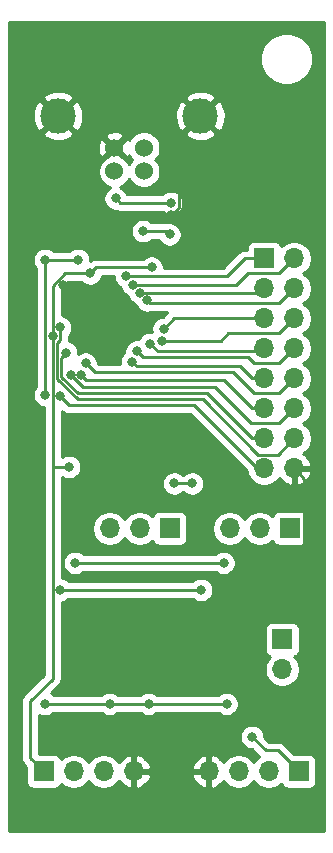
<source format=gbl>
G04 #@! TF.GenerationSoftware,KiCad,Pcbnew,(5.1.9)-1*
G04 #@! TF.CreationDate,2023-04-23T22:26:49+02:00*
G04 #@! TF.ProjectId,cp2102rs485,63703231-3032-4727-9334-38352e6b6963,rev?*
G04 #@! TF.SameCoordinates,Original*
G04 #@! TF.FileFunction,Copper,L2,Bot*
G04 #@! TF.FilePolarity,Positive*
%FSLAX46Y46*%
G04 Gerber Fmt 4.6, Leading zero omitted, Abs format (unit mm)*
G04 Created by KiCad (PCBNEW (5.1.9)-1) date 2023-04-23 22:26:49*
%MOMM*%
%LPD*%
G01*
G04 APERTURE LIST*
G04 #@! TA.AperFunction,ComponentPad*
%ADD10O,1.700000X1.700000*%
G04 #@! TD*
G04 #@! TA.AperFunction,ComponentPad*
%ADD11R,1.700000X1.700000*%
G04 #@! TD*
G04 #@! TA.AperFunction,ComponentPad*
%ADD12C,3.000000*%
G04 #@! TD*
G04 #@! TA.AperFunction,ComponentPad*
%ADD13C,1.524000*%
G04 #@! TD*
G04 #@! TA.AperFunction,ViaPad*
%ADD14C,0.800000*%
G04 #@! TD*
G04 #@! TA.AperFunction,Conductor*
%ADD15C,0.250000*%
G04 #@! TD*
G04 #@! TA.AperFunction,Conductor*
%ADD16C,0.254000*%
G04 #@! TD*
G04 #@! TA.AperFunction,Conductor*
%ADD17C,0.100000*%
G04 #@! TD*
G04 APERTURE END LIST*
D10*
X105029000Y-83439000D03*
D11*
X105029000Y-80899000D03*
D10*
X90424000Y-71501000D03*
X92964000Y-71501000D03*
D11*
X95504000Y-71501000D03*
D10*
X100584000Y-71501000D03*
X103124000Y-71501000D03*
D11*
X105664000Y-71501000D03*
D10*
X92456000Y-92075000D03*
X89916000Y-92075000D03*
X87376000Y-92075000D03*
D11*
X84836000Y-92075000D03*
D10*
X98806000Y-92075000D03*
X101346000Y-92075000D03*
X103886000Y-92075000D03*
D11*
X106426000Y-92075000D03*
D10*
X106045000Y-66421000D03*
X103505000Y-66421000D03*
X106045000Y-63881000D03*
X103505000Y-63881000D03*
X106045000Y-61341000D03*
X103505000Y-61341000D03*
X106045000Y-58801000D03*
X103505000Y-58801000D03*
X106045000Y-56261000D03*
X103505000Y-56261000D03*
X106045000Y-53721000D03*
X103505000Y-53721000D03*
X106045000Y-51181000D03*
X103505000Y-51181000D03*
X106045000Y-48641000D03*
D11*
X103505000Y-48641000D03*
D12*
X86055000Y-36565000D03*
X98095000Y-36565000D03*
D13*
X90825000Y-39275000D03*
X93325000Y-39275000D03*
X93325000Y-41275000D03*
X90825000Y-41275000D03*
D14*
X95631000Y-44958000D03*
X95758000Y-84328000D03*
X106172000Y-78359000D03*
X86484442Y-50924442D03*
X89535000Y-53975000D03*
X95631000Y-43942000D03*
X90932000Y-43561000D03*
X102489000Y-89154000D03*
X100330000Y-86360000D03*
X93726000Y-86360000D03*
X90424000Y-86360000D03*
X87757000Y-48768000D03*
X84963000Y-48768000D03*
X84963000Y-60198000D03*
X84963000Y-86360000D03*
X88773000Y-49911000D03*
X93980000Y-49403000D03*
X85588000Y-55245000D03*
X86995000Y-66294000D03*
X93268336Y-46318336D03*
X95504000Y-46609000D03*
X86213000Y-60325000D03*
X86233000Y-54483000D03*
X86741000Y-56642000D03*
X87110997Y-58547000D03*
X88011000Y-58547000D03*
X88392000Y-57531000D03*
X92329000Y-57404000D03*
X92710000Y-56515000D03*
X93853000Y-55880000D03*
X94869000Y-55626000D03*
X94996000Y-54610000D03*
X93600397Y-52198397D03*
X92964000Y-51562000D03*
X92383227Y-50867784D03*
X91821000Y-50165000D03*
X87503000Y-74422000D03*
X100076000Y-74422000D03*
X97409000Y-67691000D03*
X95885000Y-67691000D03*
X98171000Y-76708000D03*
X86233000Y-76708000D03*
D15*
X96256001Y-38403999D02*
X98095000Y-36565000D01*
X96256001Y-44332999D02*
X96256001Y-38403999D01*
X95631000Y-44958000D02*
X96256001Y-44332999D01*
X95758000Y-84328000D02*
X95758000Y-78994000D01*
X96393000Y-78359000D02*
X106172000Y-78359000D01*
X95758000Y-78994000D02*
X96393000Y-78359000D01*
X106894999Y-67270999D02*
X106045000Y-66421000D01*
X106894999Y-77636001D02*
X106894999Y-67270999D01*
X106172000Y-78359000D02*
X106894999Y-77636001D01*
X98095000Y-36565000D02*
X107696000Y-46166000D01*
X107696000Y-46166000D02*
X107696000Y-66040000D01*
X107315000Y-66421000D02*
X106045000Y-66421000D01*
X107696000Y-66040000D02*
X107315000Y-66421000D01*
X86484442Y-50924442D02*
X89535000Y-53975000D01*
X91313000Y-43942000D02*
X90932000Y-43561000D01*
X95631000Y-43942000D02*
X91313000Y-43942000D01*
X102489000Y-89154000D02*
X103632000Y-90297000D01*
X104648000Y-90297000D02*
X106426000Y-92075000D01*
X103632000Y-90297000D02*
X104648000Y-90297000D01*
X100330000Y-86360000D02*
X93726000Y-86360000D01*
X93726000Y-86360000D02*
X90424000Y-86360000D01*
X87757000Y-48768000D02*
X84963000Y-48768000D01*
X84963000Y-48768000D02*
X84963000Y-60198000D01*
X84963000Y-86360000D02*
X90424000Y-86360000D01*
X89281000Y-49403000D02*
X93980000Y-49403000D01*
X88773000Y-49911000D02*
X89281000Y-49403000D01*
X88773000Y-49911000D02*
X86614000Y-49911000D01*
X85588000Y-50937000D02*
X85588000Y-55245000D01*
X86614000Y-49911000D02*
X85588000Y-50937000D01*
X85588000Y-55245000D02*
X85588000Y-66284000D01*
X85598000Y-66294000D02*
X86995000Y-66294000D01*
X85588000Y-66284000D02*
X85598000Y-66294000D01*
X83693000Y-90932000D02*
X84836000Y-92075000D01*
X83693000Y-86106000D02*
X83693000Y-90932000D01*
X85588000Y-84211000D02*
X83693000Y-86106000D01*
X85588000Y-66284000D02*
X85588000Y-84211000D01*
X95213336Y-46318336D02*
X95504000Y-46609000D01*
X93268336Y-46318336D02*
X95213336Y-46318336D01*
X86213000Y-60325000D02*
X86975000Y-61087000D01*
X86975000Y-61087000D02*
X97536000Y-61087000D01*
X102870000Y-66421000D02*
X103505000Y-66421000D01*
X97536000Y-61087000D02*
X102870000Y-66421000D01*
X85990991Y-58846984D02*
X87723007Y-60579000D01*
X85990991Y-55767011D02*
X85990991Y-58846984D01*
X86233000Y-55525002D02*
X85990991Y-55767011D01*
X86233000Y-54483000D02*
X86233000Y-55525002D01*
X87723007Y-60579000D02*
X98298000Y-60579000D01*
X98298000Y-60579000D02*
X102997000Y-65278000D01*
X104648000Y-65278000D02*
X106045000Y-63881000D01*
X102997000Y-65278000D02*
X104648000Y-65278000D01*
X86341001Y-58702006D02*
X87709995Y-60071000D01*
X86341001Y-57041999D02*
X86341001Y-58702006D01*
X86741000Y-56642000D02*
X86341001Y-57041999D01*
X87709995Y-60071000D02*
X98679000Y-60071000D01*
X102489000Y-63881000D02*
X103505000Y-63881000D01*
X98679000Y-60071000D02*
X102489000Y-63881000D01*
X87110997Y-58547000D02*
X88126997Y-59563000D01*
X88126997Y-59563000D02*
X99314000Y-59563000D01*
X99314000Y-59563000D02*
X102362000Y-62611000D01*
X104775000Y-62611000D02*
X106045000Y-61341000D01*
X102362000Y-62611000D02*
X104775000Y-62611000D01*
X88011000Y-58547000D02*
X88392000Y-58928000D01*
X88392000Y-58928000D02*
X100076000Y-58928000D01*
X102489000Y-61341000D02*
X103505000Y-61341000D01*
X100076000Y-58928000D02*
X102489000Y-61341000D01*
X88392000Y-57531000D02*
X89154000Y-58293000D01*
X89154000Y-58293000D02*
X100838000Y-58293000D01*
X100838000Y-58293000D02*
X102616000Y-60071000D01*
X104775000Y-60071000D02*
X106045000Y-58801000D01*
X102616000Y-60071000D02*
X104775000Y-60071000D01*
X92329000Y-57404000D02*
X92710000Y-57785000D01*
X92710000Y-57785000D02*
X101473000Y-57785000D01*
X102489000Y-58801000D02*
X103505000Y-58801000D01*
X101473000Y-57785000D02*
X102489000Y-58801000D01*
X92710000Y-56515000D02*
X93218000Y-57023000D01*
X93218000Y-57023000D02*
X102108000Y-57023000D01*
X102108000Y-57023000D02*
X102616000Y-57531000D01*
X104775000Y-57531000D02*
X106045000Y-56261000D01*
X102616000Y-57531000D02*
X104775000Y-57531000D01*
X93853000Y-55880000D02*
X94488000Y-56515000D01*
X103251000Y-56515000D02*
X103505000Y-56261000D01*
X94488000Y-56515000D02*
X103251000Y-56515000D01*
X94869000Y-55626000D02*
X99822000Y-55626000D01*
X99822000Y-55626000D02*
X100457000Y-54991000D01*
X104775000Y-54991000D02*
X106045000Y-53721000D01*
X100457000Y-54991000D02*
X104775000Y-54991000D01*
X95885000Y-53721000D02*
X103505000Y-53721000D01*
X94996000Y-54610000D02*
X95885000Y-53721000D01*
X93600397Y-52198397D02*
X93853000Y-52451000D01*
X104775000Y-52451000D02*
X106045000Y-51181000D01*
X93853000Y-52451000D02*
X104775000Y-52451000D01*
X103124000Y-51562000D02*
X103505000Y-51181000D01*
X92964000Y-51562000D02*
X103124000Y-51562000D01*
X102108000Y-49911000D02*
X104775000Y-49911000D01*
X101151216Y-50867784D02*
X102108000Y-49911000D01*
X104775000Y-49911000D02*
X106045000Y-48641000D01*
X92383227Y-50867784D02*
X101151216Y-50867784D01*
X103505000Y-48641000D02*
X101854000Y-48641000D01*
X100330000Y-50165000D02*
X91821000Y-50165000D01*
X101854000Y-48641000D02*
X100330000Y-50165000D01*
X87503000Y-74422000D02*
X100076000Y-74422000D01*
X97409000Y-67691000D02*
X95885000Y-67691000D01*
X98171000Y-76708000D02*
X86233000Y-76708000D01*
D16*
X108560001Y-97130000D02*
X81940000Y-97130000D01*
X81940000Y-86106000D01*
X82929324Y-86106000D01*
X82933000Y-86143323D01*
X82933001Y-90894668D01*
X82929324Y-90932000D01*
X82933001Y-90969333D01*
X82940553Y-91046003D01*
X82943998Y-91080985D01*
X82987454Y-91224246D01*
X83058026Y-91356276D01*
X83129201Y-91443002D01*
X83153000Y-91472001D01*
X83181998Y-91495799D01*
X83347928Y-91661729D01*
X83347928Y-92925000D01*
X83360188Y-93049482D01*
X83396498Y-93169180D01*
X83455463Y-93279494D01*
X83534815Y-93376185D01*
X83631506Y-93455537D01*
X83741820Y-93514502D01*
X83861518Y-93550812D01*
X83986000Y-93563072D01*
X85686000Y-93563072D01*
X85810482Y-93550812D01*
X85930180Y-93514502D01*
X86040494Y-93455537D01*
X86137185Y-93376185D01*
X86216537Y-93279494D01*
X86275502Y-93169180D01*
X86297513Y-93096620D01*
X86429368Y-93228475D01*
X86672589Y-93390990D01*
X86942842Y-93502932D01*
X87229740Y-93560000D01*
X87522260Y-93560000D01*
X87809158Y-93502932D01*
X88079411Y-93390990D01*
X88322632Y-93228475D01*
X88529475Y-93021632D01*
X88646000Y-92847240D01*
X88762525Y-93021632D01*
X88969368Y-93228475D01*
X89212589Y-93390990D01*
X89482842Y-93502932D01*
X89769740Y-93560000D01*
X90062260Y-93560000D01*
X90349158Y-93502932D01*
X90619411Y-93390990D01*
X90862632Y-93228475D01*
X91069475Y-93021632D01*
X91191195Y-92839466D01*
X91260822Y-92956355D01*
X91455731Y-93172588D01*
X91689080Y-93346641D01*
X91951901Y-93471825D01*
X92099110Y-93516476D01*
X92329000Y-93395155D01*
X92329000Y-92202000D01*
X92583000Y-92202000D01*
X92583000Y-93395155D01*
X92812890Y-93516476D01*
X92960099Y-93471825D01*
X93222920Y-93346641D01*
X93456269Y-93172588D01*
X93651178Y-92956355D01*
X93800157Y-92706252D01*
X93897481Y-92431891D01*
X97364519Y-92431891D01*
X97461843Y-92706252D01*
X97610822Y-92956355D01*
X97805731Y-93172588D01*
X98039080Y-93346641D01*
X98301901Y-93471825D01*
X98449110Y-93516476D01*
X98679000Y-93395155D01*
X98679000Y-92202000D01*
X97485186Y-92202000D01*
X97364519Y-92431891D01*
X93897481Y-92431891D01*
X93776814Y-92202000D01*
X92583000Y-92202000D01*
X92329000Y-92202000D01*
X92309000Y-92202000D01*
X92309000Y-91948000D01*
X92329000Y-91948000D01*
X92329000Y-90754845D01*
X92583000Y-90754845D01*
X92583000Y-91948000D01*
X93776814Y-91948000D01*
X93897481Y-91718109D01*
X97364519Y-91718109D01*
X97485186Y-91948000D01*
X98679000Y-91948000D01*
X98679000Y-90754845D01*
X98933000Y-90754845D01*
X98933000Y-91948000D01*
X98953000Y-91948000D01*
X98953000Y-92202000D01*
X98933000Y-92202000D01*
X98933000Y-93395155D01*
X99162890Y-93516476D01*
X99310099Y-93471825D01*
X99572920Y-93346641D01*
X99806269Y-93172588D01*
X100001178Y-92956355D01*
X100070805Y-92839466D01*
X100192525Y-93021632D01*
X100399368Y-93228475D01*
X100642589Y-93390990D01*
X100912842Y-93502932D01*
X101199740Y-93560000D01*
X101492260Y-93560000D01*
X101779158Y-93502932D01*
X102049411Y-93390990D01*
X102292632Y-93228475D01*
X102499475Y-93021632D01*
X102616000Y-92847240D01*
X102732525Y-93021632D01*
X102939368Y-93228475D01*
X103182589Y-93390990D01*
X103452842Y-93502932D01*
X103739740Y-93560000D01*
X104032260Y-93560000D01*
X104319158Y-93502932D01*
X104589411Y-93390990D01*
X104832632Y-93228475D01*
X104964487Y-93096620D01*
X104986498Y-93169180D01*
X105045463Y-93279494D01*
X105124815Y-93376185D01*
X105221506Y-93455537D01*
X105331820Y-93514502D01*
X105451518Y-93550812D01*
X105576000Y-93563072D01*
X107276000Y-93563072D01*
X107400482Y-93550812D01*
X107520180Y-93514502D01*
X107630494Y-93455537D01*
X107727185Y-93376185D01*
X107806537Y-93279494D01*
X107865502Y-93169180D01*
X107901812Y-93049482D01*
X107914072Y-92925000D01*
X107914072Y-91225000D01*
X107901812Y-91100518D01*
X107865502Y-90980820D01*
X107806537Y-90870506D01*
X107727185Y-90773815D01*
X107630494Y-90694463D01*
X107520180Y-90635498D01*
X107400482Y-90599188D01*
X107276000Y-90586928D01*
X106012729Y-90586928D01*
X105211804Y-89786003D01*
X105188001Y-89756999D01*
X105072276Y-89662026D01*
X104940247Y-89591454D01*
X104796986Y-89547997D01*
X104685333Y-89537000D01*
X104685322Y-89537000D01*
X104648000Y-89533324D01*
X104610678Y-89537000D01*
X103946802Y-89537000D01*
X103524000Y-89114199D01*
X103524000Y-89052061D01*
X103484226Y-88852102D01*
X103406205Y-88663744D01*
X103292937Y-88494226D01*
X103148774Y-88350063D01*
X102979256Y-88236795D01*
X102790898Y-88158774D01*
X102590939Y-88119000D01*
X102387061Y-88119000D01*
X102187102Y-88158774D01*
X101998744Y-88236795D01*
X101829226Y-88350063D01*
X101685063Y-88494226D01*
X101571795Y-88663744D01*
X101493774Y-88852102D01*
X101454000Y-89052061D01*
X101454000Y-89255939D01*
X101493774Y-89455898D01*
X101571795Y-89644256D01*
X101685063Y-89813774D01*
X101829226Y-89957937D01*
X101998744Y-90071205D01*
X102187102Y-90149226D01*
X102387061Y-90189000D01*
X102449199Y-90189000D01*
X103068200Y-90808002D01*
X103082744Y-90825724D01*
X102939368Y-90921525D01*
X102732525Y-91128368D01*
X102616000Y-91302760D01*
X102499475Y-91128368D01*
X102292632Y-90921525D01*
X102049411Y-90759010D01*
X101779158Y-90647068D01*
X101492260Y-90590000D01*
X101199740Y-90590000D01*
X100912842Y-90647068D01*
X100642589Y-90759010D01*
X100399368Y-90921525D01*
X100192525Y-91128368D01*
X100070805Y-91310534D01*
X100001178Y-91193645D01*
X99806269Y-90977412D01*
X99572920Y-90803359D01*
X99310099Y-90678175D01*
X99162890Y-90633524D01*
X98933000Y-90754845D01*
X98679000Y-90754845D01*
X98449110Y-90633524D01*
X98301901Y-90678175D01*
X98039080Y-90803359D01*
X97805731Y-90977412D01*
X97610822Y-91193645D01*
X97461843Y-91443748D01*
X97364519Y-91718109D01*
X93897481Y-91718109D01*
X93800157Y-91443748D01*
X93651178Y-91193645D01*
X93456269Y-90977412D01*
X93222920Y-90803359D01*
X92960099Y-90678175D01*
X92812890Y-90633524D01*
X92583000Y-90754845D01*
X92329000Y-90754845D01*
X92099110Y-90633524D01*
X91951901Y-90678175D01*
X91689080Y-90803359D01*
X91455731Y-90977412D01*
X91260822Y-91193645D01*
X91191195Y-91310534D01*
X91069475Y-91128368D01*
X90862632Y-90921525D01*
X90619411Y-90759010D01*
X90349158Y-90647068D01*
X90062260Y-90590000D01*
X89769740Y-90590000D01*
X89482842Y-90647068D01*
X89212589Y-90759010D01*
X88969368Y-90921525D01*
X88762525Y-91128368D01*
X88646000Y-91302760D01*
X88529475Y-91128368D01*
X88322632Y-90921525D01*
X88079411Y-90759010D01*
X87809158Y-90647068D01*
X87522260Y-90590000D01*
X87229740Y-90590000D01*
X86942842Y-90647068D01*
X86672589Y-90759010D01*
X86429368Y-90921525D01*
X86297513Y-91053380D01*
X86275502Y-90980820D01*
X86216537Y-90870506D01*
X86137185Y-90773815D01*
X86040494Y-90694463D01*
X85930180Y-90635498D01*
X85810482Y-90599188D01*
X85686000Y-90586928D01*
X84453000Y-90586928D01*
X84453000Y-87264013D01*
X84472744Y-87277205D01*
X84661102Y-87355226D01*
X84861061Y-87395000D01*
X85064939Y-87395000D01*
X85264898Y-87355226D01*
X85453256Y-87277205D01*
X85622774Y-87163937D01*
X85666711Y-87120000D01*
X89720289Y-87120000D01*
X89764226Y-87163937D01*
X89933744Y-87277205D01*
X90122102Y-87355226D01*
X90322061Y-87395000D01*
X90525939Y-87395000D01*
X90725898Y-87355226D01*
X90914256Y-87277205D01*
X91083774Y-87163937D01*
X91127711Y-87120000D01*
X93022289Y-87120000D01*
X93066226Y-87163937D01*
X93235744Y-87277205D01*
X93424102Y-87355226D01*
X93624061Y-87395000D01*
X93827939Y-87395000D01*
X94027898Y-87355226D01*
X94216256Y-87277205D01*
X94385774Y-87163937D01*
X94429711Y-87120000D01*
X99626289Y-87120000D01*
X99670226Y-87163937D01*
X99839744Y-87277205D01*
X100028102Y-87355226D01*
X100228061Y-87395000D01*
X100431939Y-87395000D01*
X100631898Y-87355226D01*
X100820256Y-87277205D01*
X100989774Y-87163937D01*
X101133937Y-87019774D01*
X101247205Y-86850256D01*
X101325226Y-86661898D01*
X101365000Y-86461939D01*
X101365000Y-86258061D01*
X101325226Y-86058102D01*
X101247205Y-85869744D01*
X101133937Y-85700226D01*
X100989774Y-85556063D01*
X100820256Y-85442795D01*
X100631898Y-85364774D01*
X100431939Y-85325000D01*
X100228061Y-85325000D01*
X100028102Y-85364774D01*
X99839744Y-85442795D01*
X99670226Y-85556063D01*
X99626289Y-85600000D01*
X94429711Y-85600000D01*
X94385774Y-85556063D01*
X94216256Y-85442795D01*
X94027898Y-85364774D01*
X93827939Y-85325000D01*
X93624061Y-85325000D01*
X93424102Y-85364774D01*
X93235744Y-85442795D01*
X93066226Y-85556063D01*
X93022289Y-85600000D01*
X91127711Y-85600000D01*
X91083774Y-85556063D01*
X90914256Y-85442795D01*
X90725898Y-85364774D01*
X90525939Y-85325000D01*
X90322061Y-85325000D01*
X90122102Y-85364774D01*
X89933744Y-85442795D01*
X89764226Y-85556063D01*
X89720289Y-85600000D01*
X85666711Y-85600000D01*
X85622774Y-85556063D01*
X85453256Y-85442795D01*
X85437523Y-85436278D01*
X86099003Y-84774799D01*
X86128001Y-84751001D01*
X86222974Y-84635276D01*
X86293546Y-84503247D01*
X86337003Y-84359986D01*
X86348000Y-84248333D01*
X86348000Y-84248325D01*
X86351676Y-84211000D01*
X86348000Y-84173675D01*
X86348000Y-80049000D01*
X103540928Y-80049000D01*
X103540928Y-81749000D01*
X103553188Y-81873482D01*
X103589498Y-81993180D01*
X103648463Y-82103494D01*
X103727815Y-82200185D01*
X103824506Y-82279537D01*
X103934820Y-82338502D01*
X104007380Y-82360513D01*
X103875525Y-82492368D01*
X103713010Y-82735589D01*
X103601068Y-83005842D01*
X103544000Y-83292740D01*
X103544000Y-83585260D01*
X103601068Y-83872158D01*
X103713010Y-84142411D01*
X103875525Y-84385632D01*
X104082368Y-84592475D01*
X104325589Y-84754990D01*
X104595842Y-84866932D01*
X104882740Y-84924000D01*
X105175260Y-84924000D01*
X105462158Y-84866932D01*
X105732411Y-84754990D01*
X105975632Y-84592475D01*
X106182475Y-84385632D01*
X106344990Y-84142411D01*
X106456932Y-83872158D01*
X106514000Y-83585260D01*
X106514000Y-83292740D01*
X106456932Y-83005842D01*
X106344990Y-82735589D01*
X106182475Y-82492368D01*
X106050620Y-82360513D01*
X106123180Y-82338502D01*
X106233494Y-82279537D01*
X106330185Y-82200185D01*
X106409537Y-82103494D01*
X106468502Y-81993180D01*
X106504812Y-81873482D01*
X106517072Y-81749000D01*
X106517072Y-80049000D01*
X106504812Y-79924518D01*
X106468502Y-79804820D01*
X106409537Y-79694506D01*
X106330185Y-79597815D01*
X106233494Y-79518463D01*
X106123180Y-79459498D01*
X106003482Y-79423188D01*
X105879000Y-79410928D01*
X104179000Y-79410928D01*
X104054518Y-79423188D01*
X103934820Y-79459498D01*
X103824506Y-79518463D01*
X103727815Y-79597815D01*
X103648463Y-79694506D01*
X103589498Y-79804820D01*
X103553188Y-79924518D01*
X103540928Y-80049000D01*
X86348000Y-80049000D01*
X86348000Y-77740402D01*
X86534898Y-77703226D01*
X86723256Y-77625205D01*
X86892774Y-77511937D01*
X86936711Y-77468000D01*
X97467289Y-77468000D01*
X97511226Y-77511937D01*
X97680744Y-77625205D01*
X97869102Y-77703226D01*
X98069061Y-77743000D01*
X98272939Y-77743000D01*
X98472898Y-77703226D01*
X98661256Y-77625205D01*
X98830774Y-77511937D01*
X98974937Y-77367774D01*
X99088205Y-77198256D01*
X99166226Y-77009898D01*
X99206000Y-76809939D01*
X99206000Y-76606061D01*
X99166226Y-76406102D01*
X99088205Y-76217744D01*
X98974937Y-76048226D01*
X98830774Y-75904063D01*
X98661256Y-75790795D01*
X98472898Y-75712774D01*
X98272939Y-75673000D01*
X98069061Y-75673000D01*
X97869102Y-75712774D01*
X97680744Y-75790795D01*
X97511226Y-75904063D01*
X97467289Y-75948000D01*
X86936711Y-75948000D01*
X86892774Y-75904063D01*
X86723256Y-75790795D01*
X86534898Y-75712774D01*
X86348000Y-75675598D01*
X86348000Y-74320061D01*
X86468000Y-74320061D01*
X86468000Y-74523939D01*
X86507774Y-74723898D01*
X86585795Y-74912256D01*
X86699063Y-75081774D01*
X86843226Y-75225937D01*
X87012744Y-75339205D01*
X87201102Y-75417226D01*
X87401061Y-75457000D01*
X87604939Y-75457000D01*
X87804898Y-75417226D01*
X87993256Y-75339205D01*
X88162774Y-75225937D01*
X88206711Y-75182000D01*
X99372289Y-75182000D01*
X99416226Y-75225937D01*
X99585744Y-75339205D01*
X99774102Y-75417226D01*
X99974061Y-75457000D01*
X100177939Y-75457000D01*
X100377898Y-75417226D01*
X100566256Y-75339205D01*
X100735774Y-75225937D01*
X100879937Y-75081774D01*
X100993205Y-74912256D01*
X101071226Y-74723898D01*
X101111000Y-74523939D01*
X101111000Y-74320061D01*
X101071226Y-74120102D01*
X100993205Y-73931744D01*
X100879937Y-73762226D01*
X100735774Y-73618063D01*
X100566256Y-73504795D01*
X100377898Y-73426774D01*
X100177939Y-73387000D01*
X99974061Y-73387000D01*
X99774102Y-73426774D01*
X99585744Y-73504795D01*
X99416226Y-73618063D01*
X99372289Y-73662000D01*
X88206711Y-73662000D01*
X88162774Y-73618063D01*
X87993256Y-73504795D01*
X87804898Y-73426774D01*
X87604939Y-73387000D01*
X87401061Y-73387000D01*
X87201102Y-73426774D01*
X87012744Y-73504795D01*
X86843226Y-73618063D01*
X86699063Y-73762226D01*
X86585795Y-73931744D01*
X86507774Y-74120102D01*
X86468000Y-74320061D01*
X86348000Y-74320061D01*
X86348000Y-71354740D01*
X88939000Y-71354740D01*
X88939000Y-71647260D01*
X88996068Y-71934158D01*
X89108010Y-72204411D01*
X89270525Y-72447632D01*
X89477368Y-72654475D01*
X89720589Y-72816990D01*
X89990842Y-72928932D01*
X90277740Y-72986000D01*
X90570260Y-72986000D01*
X90857158Y-72928932D01*
X91127411Y-72816990D01*
X91370632Y-72654475D01*
X91577475Y-72447632D01*
X91694000Y-72273240D01*
X91810525Y-72447632D01*
X92017368Y-72654475D01*
X92260589Y-72816990D01*
X92530842Y-72928932D01*
X92817740Y-72986000D01*
X93110260Y-72986000D01*
X93397158Y-72928932D01*
X93667411Y-72816990D01*
X93910632Y-72654475D01*
X94042487Y-72522620D01*
X94064498Y-72595180D01*
X94123463Y-72705494D01*
X94202815Y-72802185D01*
X94299506Y-72881537D01*
X94409820Y-72940502D01*
X94529518Y-72976812D01*
X94654000Y-72989072D01*
X96354000Y-72989072D01*
X96478482Y-72976812D01*
X96598180Y-72940502D01*
X96708494Y-72881537D01*
X96805185Y-72802185D01*
X96884537Y-72705494D01*
X96943502Y-72595180D01*
X96979812Y-72475482D01*
X96992072Y-72351000D01*
X96992072Y-71354740D01*
X99099000Y-71354740D01*
X99099000Y-71647260D01*
X99156068Y-71934158D01*
X99268010Y-72204411D01*
X99430525Y-72447632D01*
X99637368Y-72654475D01*
X99880589Y-72816990D01*
X100150842Y-72928932D01*
X100437740Y-72986000D01*
X100730260Y-72986000D01*
X101017158Y-72928932D01*
X101287411Y-72816990D01*
X101530632Y-72654475D01*
X101737475Y-72447632D01*
X101854000Y-72273240D01*
X101970525Y-72447632D01*
X102177368Y-72654475D01*
X102420589Y-72816990D01*
X102690842Y-72928932D01*
X102977740Y-72986000D01*
X103270260Y-72986000D01*
X103557158Y-72928932D01*
X103827411Y-72816990D01*
X104070632Y-72654475D01*
X104202487Y-72522620D01*
X104224498Y-72595180D01*
X104283463Y-72705494D01*
X104362815Y-72802185D01*
X104459506Y-72881537D01*
X104569820Y-72940502D01*
X104689518Y-72976812D01*
X104814000Y-72989072D01*
X106514000Y-72989072D01*
X106638482Y-72976812D01*
X106758180Y-72940502D01*
X106868494Y-72881537D01*
X106965185Y-72802185D01*
X107044537Y-72705494D01*
X107103502Y-72595180D01*
X107139812Y-72475482D01*
X107152072Y-72351000D01*
X107152072Y-70651000D01*
X107139812Y-70526518D01*
X107103502Y-70406820D01*
X107044537Y-70296506D01*
X106965185Y-70199815D01*
X106868494Y-70120463D01*
X106758180Y-70061498D01*
X106638482Y-70025188D01*
X106514000Y-70012928D01*
X104814000Y-70012928D01*
X104689518Y-70025188D01*
X104569820Y-70061498D01*
X104459506Y-70120463D01*
X104362815Y-70199815D01*
X104283463Y-70296506D01*
X104224498Y-70406820D01*
X104202487Y-70479380D01*
X104070632Y-70347525D01*
X103827411Y-70185010D01*
X103557158Y-70073068D01*
X103270260Y-70016000D01*
X102977740Y-70016000D01*
X102690842Y-70073068D01*
X102420589Y-70185010D01*
X102177368Y-70347525D01*
X101970525Y-70554368D01*
X101854000Y-70728760D01*
X101737475Y-70554368D01*
X101530632Y-70347525D01*
X101287411Y-70185010D01*
X101017158Y-70073068D01*
X100730260Y-70016000D01*
X100437740Y-70016000D01*
X100150842Y-70073068D01*
X99880589Y-70185010D01*
X99637368Y-70347525D01*
X99430525Y-70554368D01*
X99268010Y-70797589D01*
X99156068Y-71067842D01*
X99099000Y-71354740D01*
X96992072Y-71354740D01*
X96992072Y-70651000D01*
X96979812Y-70526518D01*
X96943502Y-70406820D01*
X96884537Y-70296506D01*
X96805185Y-70199815D01*
X96708494Y-70120463D01*
X96598180Y-70061498D01*
X96478482Y-70025188D01*
X96354000Y-70012928D01*
X94654000Y-70012928D01*
X94529518Y-70025188D01*
X94409820Y-70061498D01*
X94299506Y-70120463D01*
X94202815Y-70199815D01*
X94123463Y-70296506D01*
X94064498Y-70406820D01*
X94042487Y-70479380D01*
X93910632Y-70347525D01*
X93667411Y-70185010D01*
X93397158Y-70073068D01*
X93110260Y-70016000D01*
X92817740Y-70016000D01*
X92530842Y-70073068D01*
X92260589Y-70185010D01*
X92017368Y-70347525D01*
X91810525Y-70554368D01*
X91694000Y-70728760D01*
X91577475Y-70554368D01*
X91370632Y-70347525D01*
X91127411Y-70185010D01*
X90857158Y-70073068D01*
X90570260Y-70016000D01*
X90277740Y-70016000D01*
X89990842Y-70073068D01*
X89720589Y-70185010D01*
X89477368Y-70347525D01*
X89270525Y-70554368D01*
X89108010Y-70797589D01*
X88996068Y-71067842D01*
X88939000Y-71354740D01*
X86348000Y-71354740D01*
X86348000Y-67589061D01*
X94850000Y-67589061D01*
X94850000Y-67792939D01*
X94889774Y-67992898D01*
X94967795Y-68181256D01*
X95081063Y-68350774D01*
X95225226Y-68494937D01*
X95394744Y-68608205D01*
X95583102Y-68686226D01*
X95783061Y-68726000D01*
X95986939Y-68726000D01*
X96186898Y-68686226D01*
X96375256Y-68608205D01*
X96544774Y-68494937D01*
X96588711Y-68451000D01*
X96705289Y-68451000D01*
X96749226Y-68494937D01*
X96918744Y-68608205D01*
X97107102Y-68686226D01*
X97307061Y-68726000D01*
X97510939Y-68726000D01*
X97710898Y-68686226D01*
X97899256Y-68608205D01*
X98068774Y-68494937D01*
X98212937Y-68350774D01*
X98326205Y-68181256D01*
X98404226Y-67992898D01*
X98444000Y-67792939D01*
X98444000Y-67589061D01*
X98404226Y-67389102D01*
X98326205Y-67200744D01*
X98212937Y-67031226D01*
X98068774Y-66887063D01*
X97899256Y-66773795D01*
X97710898Y-66695774D01*
X97510939Y-66656000D01*
X97307061Y-66656000D01*
X97107102Y-66695774D01*
X96918744Y-66773795D01*
X96749226Y-66887063D01*
X96705289Y-66931000D01*
X96588711Y-66931000D01*
X96544774Y-66887063D01*
X96375256Y-66773795D01*
X96186898Y-66695774D01*
X95986939Y-66656000D01*
X95783061Y-66656000D01*
X95583102Y-66695774D01*
X95394744Y-66773795D01*
X95225226Y-66887063D01*
X95081063Y-67031226D01*
X94967795Y-67200744D01*
X94889774Y-67389102D01*
X94850000Y-67589061D01*
X86348000Y-67589061D01*
X86348000Y-67106472D01*
X86504744Y-67211205D01*
X86693102Y-67289226D01*
X86893061Y-67329000D01*
X87096939Y-67329000D01*
X87296898Y-67289226D01*
X87485256Y-67211205D01*
X87654774Y-67097937D01*
X87798937Y-66953774D01*
X87912205Y-66784256D01*
X87990226Y-66595898D01*
X88030000Y-66395939D01*
X88030000Y-66192061D01*
X87990226Y-65992102D01*
X87912205Y-65803744D01*
X87798937Y-65634226D01*
X87654774Y-65490063D01*
X87485256Y-65376795D01*
X87296898Y-65298774D01*
X87096939Y-65259000D01*
X86893061Y-65259000D01*
X86693102Y-65298774D01*
X86504744Y-65376795D01*
X86348000Y-65481528D01*
X86348000Y-61534802D01*
X86411201Y-61598002D01*
X86434999Y-61627001D01*
X86550724Y-61721974D01*
X86682753Y-61792546D01*
X86826014Y-61836003D01*
X86937667Y-61847000D01*
X86937675Y-61847000D01*
X86975000Y-61850676D01*
X87012325Y-61847000D01*
X97221199Y-61847000D01*
X102039502Y-66665304D01*
X102077068Y-66854158D01*
X102189010Y-67124411D01*
X102351525Y-67367632D01*
X102558368Y-67574475D01*
X102801589Y-67736990D01*
X103071842Y-67848932D01*
X103358740Y-67906000D01*
X103651260Y-67906000D01*
X103938158Y-67848932D01*
X104208411Y-67736990D01*
X104451632Y-67574475D01*
X104658475Y-67367632D01*
X104776100Y-67191594D01*
X104947412Y-67421269D01*
X105163645Y-67616178D01*
X105413748Y-67765157D01*
X105688109Y-67862481D01*
X105918000Y-67741814D01*
X105918000Y-66548000D01*
X106172000Y-66548000D01*
X106172000Y-67741814D01*
X106401891Y-67862481D01*
X106676252Y-67765157D01*
X106926355Y-67616178D01*
X107142588Y-67421269D01*
X107316641Y-67187920D01*
X107441825Y-66925099D01*
X107486476Y-66777890D01*
X107365155Y-66548000D01*
X106172000Y-66548000D01*
X105918000Y-66548000D01*
X105898000Y-66548000D01*
X105898000Y-66294000D01*
X105918000Y-66294000D01*
X105918000Y-66274000D01*
X106172000Y-66274000D01*
X106172000Y-66294000D01*
X107365155Y-66294000D01*
X107486476Y-66064110D01*
X107441825Y-65916901D01*
X107316641Y-65654080D01*
X107142588Y-65420731D01*
X106926355Y-65225822D01*
X106809466Y-65156195D01*
X106991632Y-65034475D01*
X107198475Y-64827632D01*
X107360990Y-64584411D01*
X107472932Y-64314158D01*
X107530000Y-64027260D01*
X107530000Y-63734740D01*
X107472932Y-63447842D01*
X107360990Y-63177589D01*
X107198475Y-62934368D01*
X106991632Y-62727525D01*
X106817240Y-62611000D01*
X106991632Y-62494475D01*
X107198475Y-62287632D01*
X107360990Y-62044411D01*
X107472932Y-61774158D01*
X107530000Y-61487260D01*
X107530000Y-61194740D01*
X107472932Y-60907842D01*
X107360990Y-60637589D01*
X107198475Y-60394368D01*
X106991632Y-60187525D01*
X106817240Y-60071000D01*
X106991632Y-59954475D01*
X107198475Y-59747632D01*
X107360990Y-59504411D01*
X107472932Y-59234158D01*
X107530000Y-58947260D01*
X107530000Y-58654740D01*
X107472932Y-58367842D01*
X107360990Y-58097589D01*
X107198475Y-57854368D01*
X106991632Y-57647525D01*
X106817240Y-57531000D01*
X106991632Y-57414475D01*
X107198475Y-57207632D01*
X107360990Y-56964411D01*
X107472932Y-56694158D01*
X107530000Y-56407260D01*
X107530000Y-56114740D01*
X107472932Y-55827842D01*
X107360990Y-55557589D01*
X107198475Y-55314368D01*
X106991632Y-55107525D01*
X106817240Y-54991000D01*
X106991632Y-54874475D01*
X107198475Y-54667632D01*
X107360990Y-54424411D01*
X107472932Y-54154158D01*
X107530000Y-53867260D01*
X107530000Y-53574740D01*
X107472932Y-53287842D01*
X107360990Y-53017589D01*
X107198475Y-52774368D01*
X106991632Y-52567525D01*
X106817240Y-52451000D01*
X106991632Y-52334475D01*
X107198475Y-52127632D01*
X107360990Y-51884411D01*
X107472932Y-51614158D01*
X107530000Y-51327260D01*
X107530000Y-51034740D01*
X107472932Y-50747842D01*
X107360990Y-50477589D01*
X107198475Y-50234368D01*
X106991632Y-50027525D01*
X106817240Y-49911000D01*
X106991632Y-49794475D01*
X107198475Y-49587632D01*
X107360990Y-49344411D01*
X107472932Y-49074158D01*
X107530000Y-48787260D01*
X107530000Y-48494740D01*
X107472932Y-48207842D01*
X107360990Y-47937589D01*
X107198475Y-47694368D01*
X106991632Y-47487525D01*
X106748411Y-47325010D01*
X106478158Y-47213068D01*
X106191260Y-47156000D01*
X105898740Y-47156000D01*
X105611842Y-47213068D01*
X105341589Y-47325010D01*
X105098368Y-47487525D01*
X104966513Y-47619380D01*
X104944502Y-47546820D01*
X104885537Y-47436506D01*
X104806185Y-47339815D01*
X104709494Y-47260463D01*
X104599180Y-47201498D01*
X104479482Y-47165188D01*
X104355000Y-47152928D01*
X102655000Y-47152928D01*
X102530518Y-47165188D01*
X102410820Y-47201498D01*
X102300506Y-47260463D01*
X102203815Y-47339815D01*
X102124463Y-47436506D01*
X102065498Y-47546820D01*
X102029188Y-47666518D01*
X102016928Y-47791000D01*
X102016928Y-47881000D01*
X101891322Y-47881000D01*
X101853999Y-47877324D01*
X101816676Y-47881000D01*
X101816667Y-47881000D01*
X101705014Y-47891997D01*
X101561753Y-47935454D01*
X101429724Y-48006026D01*
X101429722Y-48006027D01*
X101429723Y-48006027D01*
X101342996Y-48077201D01*
X101342992Y-48077205D01*
X101313999Y-48100999D01*
X101290205Y-48129992D01*
X100015199Y-49405000D01*
X95015000Y-49405000D01*
X95015000Y-49301061D01*
X94975226Y-49101102D01*
X94897205Y-48912744D01*
X94783937Y-48743226D01*
X94639774Y-48599063D01*
X94470256Y-48485795D01*
X94281898Y-48407774D01*
X94081939Y-48368000D01*
X93878061Y-48368000D01*
X93678102Y-48407774D01*
X93489744Y-48485795D01*
X93320226Y-48599063D01*
X93276289Y-48643000D01*
X89318322Y-48643000D01*
X89280999Y-48639324D01*
X89243676Y-48643000D01*
X89243667Y-48643000D01*
X89132014Y-48653997D01*
X88988753Y-48697454D01*
X88856724Y-48768026D01*
X88792000Y-48821144D01*
X88792000Y-48666061D01*
X88752226Y-48466102D01*
X88674205Y-48277744D01*
X88560937Y-48108226D01*
X88416774Y-47964063D01*
X88247256Y-47850795D01*
X88058898Y-47772774D01*
X87858939Y-47733000D01*
X87655061Y-47733000D01*
X87455102Y-47772774D01*
X87266744Y-47850795D01*
X87097226Y-47964063D01*
X87053289Y-48008000D01*
X85666711Y-48008000D01*
X85622774Y-47964063D01*
X85453256Y-47850795D01*
X85264898Y-47772774D01*
X85064939Y-47733000D01*
X84861061Y-47733000D01*
X84661102Y-47772774D01*
X84472744Y-47850795D01*
X84303226Y-47964063D01*
X84159063Y-48108226D01*
X84045795Y-48277744D01*
X83967774Y-48466102D01*
X83928000Y-48666061D01*
X83928000Y-48869939D01*
X83967774Y-49069898D01*
X84045795Y-49258256D01*
X84159063Y-49427774D01*
X84203000Y-49471711D01*
X84203001Y-59494288D01*
X84159063Y-59538226D01*
X84045795Y-59707744D01*
X83967774Y-59896102D01*
X83928000Y-60096061D01*
X83928000Y-60299939D01*
X83967774Y-60499898D01*
X84045795Y-60688256D01*
X84159063Y-60857774D01*
X84303226Y-61001937D01*
X84472744Y-61115205D01*
X84661102Y-61193226D01*
X84828001Y-61226424D01*
X84828001Y-66246658D01*
X84828000Y-66246668D01*
X84828000Y-66246678D01*
X84824324Y-66284000D01*
X84828000Y-66321322D01*
X84828001Y-83896197D01*
X83182003Y-85542196D01*
X83152999Y-85565999D01*
X83097871Y-85633174D01*
X83058026Y-85681724D01*
X82987455Y-85813753D01*
X82987454Y-85813754D01*
X82943997Y-85957015D01*
X82933000Y-86068668D01*
X82933000Y-86068678D01*
X82929324Y-86106000D01*
X81940000Y-86106000D01*
X81940000Y-46216397D01*
X92233336Y-46216397D01*
X92233336Y-46420275D01*
X92273110Y-46620234D01*
X92351131Y-46808592D01*
X92464399Y-46978110D01*
X92608562Y-47122273D01*
X92778080Y-47235541D01*
X92966438Y-47313562D01*
X93166397Y-47353336D01*
X93370275Y-47353336D01*
X93570234Y-47313562D01*
X93758592Y-47235541D01*
X93928110Y-47122273D01*
X93972047Y-47078336D01*
X94578130Y-47078336D01*
X94586795Y-47099256D01*
X94700063Y-47268774D01*
X94844226Y-47412937D01*
X95013744Y-47526205D01*
X95202102Y-47604226D01*
X95402061Y-47644000D01*
X95605939Y-47644000D01*
X95805898Y-47604226D01*
X95994256Y-47526205D01*
X96163774Y-47412937D01*
X96307937Y-47268774D01*
X96421205Y-47099256D01*
X96499226Y-46910898D01*
X96539000Y-46710939D01*
X96539000Y-46507061D01*
X96499226Y-46307102D01*
X96421205Y-46118744D01*
X96307937Y-45949226D01*
X96163774Y-45805063D01*
X95994256Y-45691795D01*
X95805898Y-45613774D01*
X95605939Y-45574000D01*
X95402061Y-45574000D01*
X95387352Y-45576926D01*
X95362322Y-45569333D01*
X95250669Y-45558336D01*
X95250658Y-45558336D01*
X95213336Y-45554660D01*
X95176014Y-45558336D01*
X93972047Y-45558336D01*
X93928110Y-45514399D01*
X93758592Y-45401131D01*
X93570234Y-45323110D01*
X93370275Y-45283336D01*
X93166397Y-45283336D01*
X92966438Y-45323110D01*
X92778080Y-45401131D01*
X92608562Y-45514399D01*
X92464399Y-45658562D01*
X92351131Y-45828080D01*
X92273110Y-46016438D01*
X92233336Y-46216397D01*
X81940000Y-46216397D01*
X81940000Y-41137408D01*
X89428000Y-41137408D01*
X89428000Y-41412592D01*
X89481686Y-41682490D01*
X89586995Y-41936727D01*
X89739880Y-42165535D01*
X89934465Y-42360120D01*
X90163273Y-42513005D01*
X90417510Y-42618314D01*
X90475441Y-42629837D01*
X90441744Y-42643795D01*
X90272226Y-42757063D01*
X90128063Y-42901226D01*
X90014795Y-43070744D01*
X89936774Y-43259102D01*
X89897000Y-43459061D01*
X89897000Y-43662939D01*
X89936774Y-43862898D01*
X90014795Y-44051256D01*
X90128063Y-44220774D01*
X90272226Y-44364937D01*
X90441744Y-44478205D01*
X90630102Y-44556226D01*
X90830061Y-44596000D01*
X90924319Y-44596000D01*
X91020753Y-44647546D01*
X91164014Y-44691003D01*
X91275667Y-44702000D01*
X91275676Y-44702000D01*
X91312999Y-44705676D01*
X91350322Y-44702000D01*
X94927289Y-44702000D01*
X94971226Y-44745937D01*
X95140744Y-44859205D01*
X95329102Y-44937226D01*
X95529061Y-44977000D01*
X95732939Y-44977000D01*
X95932898Y-44937226D01*
X96121256Y-44859205D01*
X96290774Y-44745937D01*
X96434937Y-44601774D01*
X96548205Y-44432256D01*
X96626226Y-44243898D01*
X96666000Y-44043939D01*
X96666000Y-43840061D01*
X96626226Y-43640102D01*
X96548205Y-43451744D01*
X96434937Y-43282226D01*
X96290774Y-43138063D01*
X96121256Y-43024795D01*
X95932898Y-42946774D01*
X95732939Y-42907000D01*
X95529061Y-42907000D01*
X95329102Y-42946774D01*
X95140744Y-43024795D01*
X94971226Y-43138063D01*
X94927289Y-43182000D01*
X91895289Y-43182000D01*
X91849205Y-43070744D01*
X91735937Y-42901226D01*
X91591774Y-42757063D01*
X91422256Y-42643795D01*
X91296615Y-42591752D01*
X91486727Y-42513005D01*
X91715535Y-42360120D01*
X91910120Y-42165535D01*
X92063005Y-41936727D01*
X92075000Y-41907769D01*
X92086995Y-41936727D01*
X92239880Y-42165535D01*
X92434465Y-42360120D01*
X92663273Y-42513005D01*
X92917510Y-42618314D01*
X93187408Y-42672000D01*
X93462592Y-42672000D01*
X93732490Y-42618314D01*
X93986727Y-42513005D01*
X94215535Y-42360120D01*
X94410120Y-42165535D01*
X94563005Y-41936727D01*
X94668314Y-41682490D01*
X94722000Y-41412592D01*
X94722000Y-41137408D01*
X94668314Y-40867510D01*
X94563005Y-40613273D01*
X94410120Y-40384465D01*
X94300655Y-40275000D01*
X94410120Y-40165535D01*
X94563005Y-39936727D01*
X94668314Y-39682490D01*
X94722000Y-39412592D01*
X94722000Y-39137408D01*
X94668314Y-38867510D01*
X94563005Y-38613273D01*
X94410120Y-38384465D01*
X94215535Y-38189880D01*
X94016148Y-38056653D01*
X96782952Y-38056653D01*
X96938962Y-38372214D01*
X97313745Y-38563020D01*
X97718551Y-38677044D01*
X98137824Y-38709902D01*
X98555451Y-38660334D01*
X98955383Y-38530243D01*
X99251038Y-38372214D01*
X99407048Y-38056653D01*
X98095000Y-36744605D01*
X96782952Y-38056653D01*
X94016148Y-38056653D01*
X93986727Y-38036995D01*
X93732490Y-37931686D01*
X93462592Y-37878000D01*
X93187408Y-37878000D01*
X92917510Y-37931686D01*
X92663273Y-38036995D01*
X92434465Y-38189880D01*
X92239880Y-38384465D01*
X92086995Y-38613273D01*
X92075758Y-38640401D01*
X92030656Y-38556020D01*
X91790565Y-38489040D01*
X91004605Y-39275000D01*
X91790565Y-40060960D01*
X92030656Y-39993980D01*
X92073218Y-39903467D01*
X92086995Y-39936727D01*
X92239880Y-40165535D01*
X92349345Y-40275000D01*
X92239880Y-40384465D01*
X92086995Y-40613273D01*
X92075000Y-40642231D01*
X92063005Y-40613273D01*
X91910120Y-40384465D01*
X91715535Y-40189880D01*
X91486727Y-40036995D01*
X91351290Y-39980895D01*
X90825000Y-39454605D01*
X90298710Y-39980895D01*
X90163273Y-40036995D01*
X89934465Y-40189880D01*
X89739880Y-40384465D01*
X89586995Y-40613273D01*
X89481686Y-40867510D01*
X89428000Y-41137408D01*
X81940000Y-41137408D01*
X81940000Y-39347017D01*
X89423090Y-39347017D01*
X89464078Y-39619133D01*
X89557364Y-39878023D01*
X89619344Y-39993980D01*
X89859435Y-40060960D01*
X90645395Y-39275000D01*
X89859435Y-38489040D01*
X89619344Y-38556020D01*
X89502244Y-38805048D01*
X89435977Y-39072135D01*
X89423090Y-39347017D01*
X81940000Y-39347017D01*
X81940000Y-38056653D01*
X84742952Y-38056653D01*
X84898962Y-38372214D01*
X85273745Y-38563020D01*
X85678551Y-38677044D01*
X86097824Y-38709902D01*
X86515451Y-38660334D01*
X86915383Y-38530243D01*
X87211038Y-38372214D01*
X87242075Y-38309435D01*
X90039040Y-38309435D01*
X90825000Y-39095395D01*
X91610960Y-38309435D01*
X91543980Y-38069344D01*
X91294952Y-37952244D01*
X91027865Y-37885977D01*
X90752983Y-37873090D01*
X90480867Y-37914078D01*
X90221977Y-38007364D01*
X90106020Y-38069344D01*
X90039040Y-38309435D01*
X87242075Y-38309435D01*
X87367048Y-38056653D01*
X86055000Y-36744605D01*
X84742952Y-38056653D01*
X81940000Y-38056653D01*
X81940000Y-36607824D01*
X83910098Y-36607824D01*
X83959666Y-37025451D01*
X84089757Y-37425383D01*
X84247786Y-37721038D01*
X84563347Y-37877048D01*
X85875395Y-36565000D01*
X86234605Y-36565000D01*
X87546653Y-37877048D01*
X87862214Y-37721038D01*
X88053020Y-37346255D01*
X88167044Y-36941449D01*
X88193189Y-36607824D01*
X95950098Y-36607824D01*
X95999666Y-37025451D01*
X96129757Y-37425383D01*
X96287786Y-37721038D01*
X96603347Y-37877048D01*
X97915395Y-36565000D01*
X98274605Y-36565000D01*
X99586653Y-37877048D01*
X99902214Y-37721038D01*
X100093020Y-37346255D01*
X100207044Y-36941449D01*
X100239902Y-36522176D01*
X100190334Y-36104549D01*
X100060243Y-35704617D01*
X99902214Y-35408962D01*
X99586653Y-35252952D01*
X98274605Y-36565000D01*
X97915395Y-36565000D01*
X96603347Y-35252952D01*
X96287786Y-35408962D01*
X96096980Y-35783745D01*
X95982956Y-36188551D01*
X95950098Y-36607824D01*
X88193189Y-36607824D01*
X88199902Y-36522176D01*
X88150334Y-36104549D01*
X88020243Y-35704617D01*
X87862214Y-35408962D01*
X87546653Y-35252952D01*
X86234605Y-36565000D01*
X85875395Y-36565000D01*
X84563347Y-35252952D01*
X84247786Y-35408962D01*
X84056980Y-35783745D01*
X83942956Y-36188551D01*
X83910098Y-36607824D01*
X81940000Y-36607824D01*
X81940000Y-35073347D01*
X84742952Y-35073347D01*
X86055000Y-36385395D01*
X87367048Y-35073347D01*
X96782952Y-35073347D01*
X98095000Y-36385395D01*
X99407048Y-35073347D01*
X99251038Y-34757786D01*
X98876255Y-34566980D01*
X98471449Y-34452956D01*
X98052176Y-34420098D01*
X97634549Y-34469666D01*
X97234617Y-34599757D01*
X96938962Y-34757786D01*
X96782952Y-35073347D01*
X87367048Y-35073347D01*
X87211038Y-34757786D01*
X86836255Y-34566980D01*
X86431449Y-34452956D01*
X86012176Y-34420098D01*
X85594549Y-34469666D01*
X85194617Y-34599757D01*
X84898962Y-34757786D01*
X84742952Y-35073347D01*
X81940000Y-35073347D01*
X81940000Y-31529872D01*
X103175000Y-31529872D01*
X103175000Y-31970128D01*
X103260890Y-32401925D01*
X103429369Y-32808669D01*
X103673962Y-33174729D01*
X103985271Y-33486038D01*
X104351331Y-33730631D01*
X104758075Y-33899110D01*
X105189872Y-33985000D01*
X105630128Y-33985000D01*
X106061925Y-33899110D01*
X106468669Y-33730631D01*
X106834729Y-33486038D01*
X107146038Y-33174729D01*
X107390631Y-32808669D01*
X107559110Y-32401925D01*
X107645000Y-31970128D01*
X107645000Y-31529872D01*
X107559110Y-31098075D01*
X107390631Y-30691331D01*
X107146038Y-30325271D01*
X106834729Y-30013962D01*
X106468669Y-29769369D01*
X106061925Y-29600890D01*
X105630128Y-29515000D01*
X105189872Y-29515000D01*
X104758075Y-29600890D01*
X104351331Y-29769369D01*
X103985271Y-30013962D01*
X103673962Y-30325271D01*
X103429369Y-30691331D01*
X103260890Y-31098075D01*
X103175000Y-31529872D01*
X81940000Y-31529872D01*
X81940000Y-28600000D01*
X108560000Y-28600000D01*
X108560001Y-97130000D01*
G04 #@! TA.AperFunction,Conductor*
D17*
G36*
X108560001Y-97130000D02*
G01*
X81940000Y-97130000D01*
X81940000Y-86106000D01*
X82929324Y-86106000D01*
X82933000Y-86143323D01*
X82933001Y-90894668D01*
X82929324Y-90932000D01*
X82933001Y-90969333D01*
X82940553Y-91046003D01*
X82943998Y-91080985D01*
X82987454Y-91224246D01*
X83058026Y-91356276D01*
X83129201Y-91443002D01*
X83153000Y-91472001D01*
X83181998Y-91495799D01*
X83347928Y-91661729D01*
X83347928Y-92925000D01*
X83360188Y-93049482D01*
X83396498Y-93169180D01*
X83455463Y-93279494D01*
X83534815Y-93376185D01*
X83631506Y-93455537D01*
X83741820Y-93514502D01*
X83861518Y-93550812D01*
X83986000Y-93563072D01*
X85686000Y-93563072D01*
X85810482Y-93550812D01*
X85930180Y-93514502D01*
X86040494Y-93455537D01*
X86137185Y-93376185D01*
X86216537Y-93279494D01*
X86275502Y-93169180D01*
X86297513Y-93096620D01*
X86429368Y-93228475D01*
X86672589Y-93390990D01*
X86942842Y-93502932D01*
X87229740Y-93560000D01*
X87522260Y-93560000D01*
X87809158Y-93502932D01*
X88079411Y-93390990D01*
X88322632Y-93228475D01*
X88529475Y-93021632D01*
X88646000Y-92847240D01*
X88762525Y-93021632D01*
X88969368Y-93228475D01*
X89212589Y-93390990D01*
X89482842Y-93502932D01*
X89769740Y-93560000D01*
X90062260Y-93560000D01*
X90349158Y-93502932D01*
X90619411Y-93390990D01*
X90862632Y-93228475D01*
X91069475Y-93021632D01*
X91191195Y-92839466D01*
X91260822Y-92956355D01*
X91455731Y-93172588D01*
X91689080Y-93346641D01*
X91951901Y-93471825D01*
X92099110Y-93516476D01*
X92329000Y-93395155D01*
X92329000Y-92202000D01*
X92583000Y-92202000D01*
X92583000Y-93395155D01*
X92812890Y-93516476D01*
X92960099Y-93471825D01*
X93222920Y-93346641D01*
X93456269Y-93172588D01*
X93651178Y-92956355D01*
X93800157Y-92706252D01*
X93897481Y-92431891D01*
X97364519Y-92431891D01*
X97461843Y-92706252D01*
X97610822Y-92956355D01*
X97805731Y-93172588D01*
X98039080Y-93346641D01*
X98301901Y-93471825D01*
X98449110Y-93516476D01*
X98679000Y-93395155D01*
X98679000Y-92202000D01*
X97485186Y-92202000D01*
X97364519Y-92431891D01*
X93897481Y-92431891D01*
X93776814Y-92202000D01*
X92583000Y-92202000D01*
X92329000Y-92202000D01*
X92309000Y-92202000D01*
X92309000Y-91948000D01*
X92329000Y-91948000D01*
X92329000Y-90754845D01*
X92583000Y-90754845D01*
X92583000Y-91948000D01*
X93776814Y-91948000D01*
X93897481Y-91718109D01*
X97364519Y-91718109D01*
X97485186Y-91948000D01*
X98679000Y-91948000D01*
X98679000Y-90754845D01*
X98933000Y-90754845D01*
X98933000Y-91948000D01*
X98953000Y-91948000D01*
X98953000Y-92202000D01*
X98933000Y-92202000D01*
X98933000Y-93395155D01*
X99162890Y-93516476D01*
X99310099Y-93471825D01*
X99572920Y-93346641D01*
X99806269Y-93172588D01*
X100001178Y-92956355D01*
X100070805Y-92839466D01*
X100192525Y-93021632D01*
X100399368Y-93228475D01*
X100642589Y-93390990D01*
X100912842Y-93502932D01*
X101199740Y-93560000D01*
X101492260Y-93560000D01*
X101779158Y-93502932D01*
X102049411Y-93390990D01*
X102292632Y-93228475D01*
X102499475Y-93021632D01*
X102616000Y-92847240D01*
X102732525Y-93021632D01*
X102939368Y-93228475D01*
X103182589Y-93390990D01*
X103452842Y-93502932D01*
X103739740Y-93560000D01*
X104032260Y-93560000D01*
X104319158Y-93502932D01*
X104589411Y-93390990D01*
X104832632Y-93228475D01*
X104964487Y-93096620D01*
X104986498Y-93169180D01*
X105045463Y-93279494D01*
X105124815Y-93376185D01*
X105221506Y-93455537D01*
X105331820Y-93514502D01*
X105451518Y-93550812D01*
X105576000Y-93563072D01*
X107276000Y-93563072D01*
X107400482Y-93550812D01*
X107520180Y-93514502D01*
X107630494Y-93455537D01*
X107727185Y-93376185D01*
X107806537Y-93279494D01*
X107865502Y-93169180D01*
X107901812Y-93049482D01*
X107914072Y-92925000D01*
X107914072Y-91225000D01*
X107901812Y-91100518D01*
X107865502Y-90980820D01*
X107806537Y-90870506D01*
X107727185Y-90773815D01*
X107630494Y-90694463D01*
X107520180Y-90635498D01*
X107400482Y-90599188D01*
X107276000Y-90586928D01*
X106012729Y-90586928D01*
X105211804Y-89786003D01*
X105188001Y-89756999D01*
X105072276Y-89662026D01*
X104940247Y-89591454D01*
X104796986Y-89547997D01*
X104685333Y-89537000D01*
X104685322Y-89537000D01*
X104648000Y-89533324D01*
X104610678Y-89537000D01*
X103946802Y-89537000D01*
X103524000Y-89114199D01*
X103524000Y-89052061D01*
X103484226Y-88852102D01*
X103406205Y-88663744D01*
X103292937Y-88494226D01*
X103148774Y-88350063D01*
X102979256Y-88236795D01*
X102790898Y-88158774D01*
X102590939Y-88119000D01*
X102387061Y-88119000D01*
X102187102Y-88158774D01*
X101998744Y-88236795D01*
X101829226Y-88350063D01*
X101685063Y-88494226D01*
X101571795Y-88663744D01*
X101493774Y-88852102D01*
X101454000Y-89052061D01*
X101454000Y-89255939D01*
X101493774Y-89455898D01*
X101571795Y-89644256D01*
X101685063Y-89813774D01*
X101829226Y-89957937D01*
X101998744Y-90071205D01*
X102187102Y-90149226D01*
X102387061Y-90189000D01*
X102449199Y-90189000D01*
X103068200Y-90808002D01*
X103082744Y-90825724D01*
X102939368Y-90921525D01*
X102732525Y-91128368D01*
X102616000Y-91302760D01*
X102499475Y-91128368D01*
X102292632Y-90921525D01*
X102049411Y-90759010D01*
X101779158Y-90647068D01*
X101492260Y-90590000D01*
X101199740Y-90590000D01*
X100912842Y-90647068D01*
X100642589Y-90759010D01*
X100399368Y-90921525D01*
X100192525Y-91128368D01*
X100070805Y-91310534D01*
X100001178Y-91193645D01*
X99806269Y-90977412D01*
X99572920Y-90803359D01*
X99310099Y-90678175D01*
X99162890Y-90633524D01*
X98933000Y-90754845D01*
X98679000Y-90754845D01*
X98449110Y-90633524D01*
X98301901Y-90678175D01*
X98039080Y-90803359D01*
X97805731Y-90977412D01*
X97610822Y-91193645D01*
X97461843Y-91443748D01*
X97364519Y-91718109D01*
X93897481Y-91718109D01*
X93800157Y-91443748D01*
X93651178Y-91193645D01*
X93456269Y-90977412D01*
X93222920Y-90803359D01*
X92960099Y-90678175D01*
X92812890Y-90633524D01*
X92583000Y-90754845D01*
X92329000Y-90754845D01*
X92099110Y-90633524D01*
X91951901Y-90678175D01*
X91689080Y-90803359D01*
X91455731Y-90977412D01*
X91260822Y-91193645D01*
X91191195Y-91310534D01*
X91069475Y-91128368D01*
X90862632Y-90921525D01*
X90619411Y-90759010D01*
X90349158Y-90647068D01*
X90062260Y-90590000D01*
X89769740Y-90590000D01*
X89482842Y-90647068D01*
X89212589Y-90759010D01*
X88969368Y-90921525D01*
X88762525Y-91128368D01*
X88646000Y-91302760D01*
X88529475Y-91128368D01*
X88322632Y-90921525D01*
X88079411Y-90759010D01*
X87809158Y-90647068D01*
X87522260Y-90590000D01*
X87229740Y-90590000D01*
X86942842Y-90647068D01*
X86672589Y-90759010D01*
X86429368Y-90921525D01*
X86297513Y-91053380D01*
X86275502Y-90980820D01*
X86216537Y-90870506D01*
X86137185Y-90773815D01*
X86040494Y-90694463D01*
X85930180Y-90635498D01*
X85810482Y-90599188D01*
X85686000Y-90586928D01*
X84453000Y-90586928D01*
X84453000Y-87264013D01*
X84472744Y-87277205D01*
X84661102Y-87355226D01*
X84861061Y-87395000D01*
X85064939Y-87395000D01*
X85264898Y-87355226D01*
X85453256Y-87277205D01*
X85622774Y-87163937D01*
X85666711Y-87120000D01*
X89720289Y-87120000D01*
X89764226Y-87163937D01*
X89933744Y-87277205D01*
X90122102Y-87355226D01*
X90322061Y-87395000D01*
X90525939Y-87395000D01*
X90725898Y-87355226D01*
X90914256Y-87277205D01*
X91083774Y-87163937D01*
X91127711Y-87120000D01*
X93022289Y-87120000D01*
X93066226Y-87163937D01*
X93235744Y-87277205D01*
X93424102Y-87355226D01*
X93624061Y-87395000D01*
X93827939Y-87395000D01*
X94027898Y-87355226D01*
X94216256Y-87277205D01*
X94385774Y-87163937D01*
X94429711Y-87120000D01*
X99626289Y-87120000D01*
X99670226Y-87163937D01*
X99839744Y-87277205D01*
X100028102Y-87355226D01*
X100228061Y-87395000D01*
X100431939Y-87395000D01*
X100631898Y-87355226D01*
X100820256Y-87277205D01*
X100989774Y-87163937D01*
X101133937Y-87019774D01*
X101247205Y-86850256D01*
X101325226Y-86661898D01*
X101365000Y-86461939D01*
X101365000Y-86258061D01*
X101325226Y-86058102D01*
X101247205Y-85869744D01*
X101133937Y-85700226D01*
X100989774Y-85556063D01*
X100820256Y-85442795D01*
X100631898Y-85364774D01*
X100431939Y-85325000D01*
X100228061Y-85325000D01*
X100028102Y-85364774D01*
X99839744Y-85442795D01*
X99670226Y-85556063D01*
X99626289Y-85600000D01*
X94429711Y-85600000D01*
X94385774Y-85556063D01*
X94216256Y-85442795D01*
X94027898Y-85364774D01*
X93827939Y-85325000D01*
X93624061Y-85325000D01*
X93424102Y-85364774D01*
X93235744Y-85442795D01*
X93066226Y-85556063D01*
X93022289Y-85600000D01*
X91127711Y-85600000D01*
X91083774Y-85556063D01*
X90914256Y-85442795D01*
X90725898Y-85364774D01*
X90525939Y-85325000D01*
X90322061Y-85325000D01*
X90122102Y-85364774D01*
X89933744Y-85442795D01*
X89764226Y-85556063D01*
X89720289Y-85600000D01*
X85666711Y-85600000D01*
X85622774Y-85556063D01*
X85453256Y-85442795D01*
X85437523Y-85436278D01*
X86099003Y-84774799D01*
X86128001Y-84751001D01*
X86222974Y-84635276D01*
X86293546Y-84503247D01*
X86337003Y-84359986D01*
X86348000Y-84248333D01*
X86348000Y-84248325D01*
X86351676Y-84211000D01*
X86348000Y-84173675D01*
X86348000Y-80049000D01*
X103540928Y-80049000D01*
X103540928Y-81749000D01*
X103553188Y-81873482D01*
X103589498Y-81993180D01*
X103648463Y-82103494D01*
X103727815Y-82200185D01*
X103824506Y-82279537D01*
X103934820Y-82338502D01*
X104007380Y-82360513D01*
X103875525Y-82492368D01*
X103713010Y-82735589D01*
X103601068Y-83005842D01*
X103544000Y-83292740D01*
X103544000Y-83585260D01*
X103601068Y-83872158D01*
X103713010Y-84142411D01*
X103875525Y-84385632D01*
X104082368Y-84592475D01*
X104325589Y-84754990D01*
X104595842Y-84866932D01*
X104882740Y-84924000D01*
X105175260Y-84924000D01*
X105462158Y-84866932D01*
X105732411Y-84754990D01*
X105975632Y-84592475D01*
X106182475Y-84385632D01*
X106344990Y-84142411D01*
X106456932Y-83872158D01*
X106514000Y-83585260D01*
X106514000Y-83292740D01*
X106456932Y-83005842D01*
X106344990Y-82735589D01*
X106182475Y-82492368D01*
X106050620Y-82360513D01*
X106123180Y-82338502D01*
X106233494Y-82279537D01*
X106330185Y-82200185D01*
X106409537Y-82103494D01*
X106468502Y-81993180D01*
X106504812Y-81873482D01*
X106517072Y-81749000D01*
X106517072Y-80049000D01*
X106504812Y-79924518D01*
X106468502Y-79804820D01*
X106409537Y-79694506D01*
X106330185Y-79597815D01*
X106233494Y-79518463D01*
X106123180Y-79459498D01*
X106003482Y-79423188D01*
X105879000Y-79410928D01*
X104179000Y-79410928D01*
X104054518Y-79423188D01*
X103934820Y-79459498D01*
X103824506Y-79518463D01*
X103727815Y-79597815D01*
X103648463Y-79694506D01*
X103589498Y-79804820D01*
X103553188Y-79924518D01*
X103540928Y-80049000D01*
X86348000Y-80049000D01*
X86348000Y-77740402D01*
X86534898Y-77703226D01*
X86723256Y-77625205D01*
X86892774Y-77511937D01*
X86936711Y-77468000D01*
X97467289Y-77468000D01*
X97511226Y-77511937D01*
X97680744Y-77625205D01*
X97869102Y-77703226D01*
X98069061Y-77743000D01*
X98272939Y-77743000D01*
X98472898Y-77703226D01*
X98661256Y-77625205D01*
X98830774Y-77511937D01*
X98974937Y-77367774D01*
X99088205Y-77198256D01*
X99166226Y-77009898D01*
X99206000Y-76809939D01*
X99206000Y-76606061D01*
X99166226Y-76406102D01*
X99088205Y-76217744D01*
X98974937Y-76048226D01*
X98830774Y-75904063D01*
X98661256Y-75790795D01*
X98472898Y-75712774D01*
X98272939Y-75673000D01*
X98069061Y-75673000D01*
X97869102Y-75712774D01*
X97680744Y-75790795D01*
X97511226Y-75904063D01*
X97467289Y-75948000D01*
X86936711Y-75948000D01*
X86892774Y-75904063D01*
X86723256Y-75790795D01*
X86534898Y-75712774D01*
X86348000Y-75675598D01*
X86348000Y-74320061D01*
X86468000Y-74320061D01*
X86468000Y-74523939D01*
X86507774Y-74723898D01*
X86585795Y-74912256D01*
X86699063Y-75081774D01*
X86843226Y-75225937D01*
X87012744Y-75339205D01*
X87201102Y-75417226D01*
X87401061Y-75457000D01*
X87604939Y-75457000D01*
X87804898Y-75417226D01*
X87993256Y-75339205D01*
X88162774Y-75225937D01*
X88206711Y-75182000D01*
X99372289Y-75182000D01*
X99416226Y-75225937D01*
X99585744Y-75339205D01*
X99774102Y-75417226D01*
X99974061Y-75457000D01*
X100177939Y-75457000D01*
X100377898Y-75417226D01*
X100566256Y-75339205D01*
X100735774Y-75225937D01*
X100879937Y-75081774D01*
X100993205Y-74912256D01*
X101071226Y-74723898D01*
X101111000Y-74523939D01*
X101111000Y-74320061D01*
X101071226Y-74120102D01*
X100993205Y-73931744D01*
X100879937Y-73762226D01*
X100735774Y-73618063D01*
X100566256Y-73504795D01*
X100377898Y-73426774D01*
X100177939Y-73387000D01*
X99974061Y-73387000D01*
X99774102Y-73426774D01*
X99585744Y-73504795D01*
X99416226Y-73618063D01*
X99372289Y-73662000D01*
X88206711Y-73662000D01*
X88162774Y-73618063D01*
X87993256Y-73504795D01*
X87804898Y-73426774D01*
X87604939Y-73387000D01*
X87401061Y-73387000D01*
X87201102Y-73426774D01*
X87012744Y-73504795D01*
X86843226Y-73618063D01*
X86699063Y-73762226D01*
X86585795Y-73931744D01*
X86507774Y-74120102D01*
X86468000Y-74320061D01*
X86348000Y-74320061D01*
X86348000Y-71354740D01*
X88939000Y-71354740D01*
X88939000Y-71647260D01*
X88996068Y-71934158D01*
X89108010Y-72204411D01*
X89270525Y-72447632D01*
X89477368Y-72654475D01*
X89720589Y-72816990D01*
X89990842Y-72928932D01*
X90277740Y-72986000D01*
X90570260Y-72986000D01*
X90857158Y-72928932D01*
X91127411Y-72816990D01*
X91370632Y-72654475D01*
X91577475Y-72447632D01*
X91694000Y-72273240D01*
X91810525Y-72447632D01*
X92017368Y-72654475D01*
X92260589Y-72816990D01*
X92530842Y-72928932D01*
X92817740Y-72986000D01*
X93110260Y-72986000D01*
X93397158Y-72928932D01*
X93667411Y-72816990D01*
X93910632Y-72654475D01*
X94042487Y-72522620D01*
X94064498Y-72595180D01*
X94123463Y-72705494D01*
X94202815Y-72802185D01*
X94299506Y-72881537D01*
X94409820Y-72940502D01*
X94529518Y-72976812D01*
X94654000Y-72989072D01*
X96354000Y-72989072D01*
X96478482Y-72976812D01*
X96598180Y-72940502D01*
X96708494Y-72881537D01*
X96805185Y-72802185D01*
X96884537Y-72705494D01*
X96943502Y-72595180D01*
X96979812Y-72475482D01*
X96992072Y-72351000D01*
X96992072Y-71354740D01*
X99099000Y-71354740D01*
X99099000Y-71647260D01*
X99156068Y-71934158D01*
X99268010Y-72204411D01*
X99430525Y-72447632D01*
X99637368Y-72654475D01*
X99880589Y-72816990D01*
X100150842Y-72928932D01*
X100437740Y-72986000D01*
X100730260Y-72986000D01*
X101017158Y-72928932D01*
X101287411Y-72816990D01*
X101530632Y-72654475D01*
X101737475Y-72447632D01*
X101854000Y-72273240D01*
X101970525Y-72447632D01*
X102177368Y-72654475D01*
X102420589Y-72816990D01*
X102690842Y-72928932D01*
X102977740Y-72986000D01*
X103270260Y-72986000D01*
X103557158Y-72928932D01*
X103827411Y-72816990D01*
X104070632Y-72654475D01*
X104202487Y-72522620D01*
X104224498Y-72595180D01*
X104283463Y-72705494D01*
X104362815Y-72802185D01*
X104459506Y-72881537D01*
X104569820Y-72940502D01*
X104689518Y-72976812D01*
X104814000Y-72989072D01*
X106514000Y-72989072D01*
X106638482Y-72976812D01*
X106758180Y-72940502D01*
X106868494Y-72881537D01*
X106965185Y-72802185D01*
X107044537Y-72705494D01*
X107103502Y-72595180D01*
X107139812Y-72475482D01*
X107152072Y-72351000D01*
X107152072Y-70651000D01*
X107139812Y-70526518D01*
X107103502Y-70406820D01*
X107044537Y-70296506D01*
X106965185Y-70199815D01*
X106868494Y-70120463D01*
X106758180Y-70061498D01*
X106638482Y-70025188D01*
X106514000Y-70012928D01*
X104814000Y-70012928D01*
X104689518Y-70025188D01*
X104569820Y-70061498D01*
X104459506Y-70120463D01*
X104362815Y-70199815D01*
X104283463Y-70296506D01*
X104224498Y-70406820D01*
X104202487Y-70479380D01*
X104070632Y-70347525D01*
X103827411Y-70185010D01*
X103557158Y-70073068D01*
X103270260Y-70016000D01*
X102977740Y-70016000D01*
X102690842Y-70073068D01*
X102420589Y-70185010D01*
X102177368Y-70347525D01*
X101970525Y-70554368D01*
X101854000Y-70728760D01*
X101737475Y-70554368D01*
X101530632Y-70347525D01*
X101287411Y-70185010D01*
X101017158Y-70073068D01*
X100730260Y-70016000D01*
X100437740Y-70016000D01*
X100150842Y-70073068D01*
X99880589Y-70185010D01*
X99637368Y-70347525D01*
X99430525Y-70554368D01*
X99268010Y-70797589D01*
X99156068Y-71067842D01*
X99099000Y-71354740D01*
X96992072Y-71354740D01*
X96992072Y-70651000D01*
X96979812Y-70526518D01*
X96943502Y-70406820D01*
X96884537Y-70296506D01*
X96805185Y-70199815D01*
X96708494Y-70120463D01*
X96598180Y-70061498D01*
X96478482Y-70025188D01*
X96354000Y-70012928D01*
X94654000Y-70012928D01*
X94529518Y-70025188D01*
X94409820Y-70061498D01*
X94299506Y-70120463D01*
X94202815Y-70199815D01*
X94123463Y-70296506D01*
X94064498Y-70406820D01*
X94042487Y-70479380D01*
X93910632Y-70347525D01*
X93667411Y-70185010D01*
X93397158Y-70073068D01*
X93110260Y-70016000D01*
X92817740Y-70016000D01*
X92530842Y-70073068D01*
X92260589Y-70185010D01*
X92017368Y-70347525D01*
X91810525Y-70554368D01*
X91694000Y-70728760D01*
X91577475Y-70554368D01*
X91370632Y-70347525D01*
X91127411Y-70185010D01*
X90857158Y-70073068D01*
X90570260Y-70016000D01*
X90277740Y-70016000D01*
X89990842Y-70073068D01*
X89720589Y-70185010D01*
X89477368Y-70347525D01*
X89270525Y-70554368D01*
X89108010Y-70797589D01*
X88996068Y-71067842D01*
X88939000Y-71354740D01*
X86348000Y-71354740D01*
X86348000Y-67589061D01*
X94850000Y-67589061D01*
X94850000Y-67792939D01*
X94889774Y-67992898D01*
X94967795Y-68181256D01*
X95081063Y-68350774D01*
X95225226Y-68494937D01*
X95394744Y-68608205D01*
X95583102Y-68686226D01*
X95783061Y-68726000D01*
X95986939Y-68726000D01*
X96186898Y-68686226D01*
X96375256Y-68608205D01*
X96544774Y-68494937D01*
X96588711Y-68451000D01*
X96705289Y-68451000D01*
X96749226Y-68494937D01*
X96918744Y-68608205D01*
X97107102Y-68686226D01*
X97307061Y-68726000D01*
X97510939Y-68726000D01*
X97710898Y-68686226D01*
X97899256Y-68608205D01*
X98068774Y-68494937D01*
X98212937Y-68350774D01*
X98326205Y-68181256D01*
X98404226Y-67992898D01*
X98444000Y-67792939D01*
X98444000Y-67589061D01*
X98404226Y-67389102D01*
X98326205Y-67200744D01*
X98212937Y-67031226D01*
X98068774Y-66887063D01*
X97899256Y-66773795D01*
X97710898Y-66695774D01*
X97510939Y-66656000D01*
X97307061Y-66656000D01*
X97107102Y-66695774D01*
X96918744Y-66773795D01*
X96749226Y-66887063D01*
X96705289Y-66931000D01*
X96588711Y-66931000D01*
X96544774Y-66887063D01*
X96375256Y-66773795D01*
X96186898Y-66695774D01*
X95986939Y-66656000D01*
X95783061Y-66656000D01*
X95583102Y-66695774D01*
X95394744Y-66773795D01*
X95225226Y-66887063D01*
X95081063Y-67031226D01*
X94967795Y-67200744D01*
X94889774Y-67389102D01*
X94850000Y-67589061D01*
X86348000Y-67589061D01*
X86348000Y-67106472D01*
X86504744Y-67211205D01*
X86693102Y-67289226D01*
X86893061Y-67329000D01*
X87096939Y-67329000D01*
X87296898Y-67289226D01*
X87485256Y-67211205D01*
X87654774Y-67097937D01*
X87798937Y-66953774D01*
X87912205Y-66784256D01*
X87990226Y-66595898D01*
X88030000Y-66395939D01*
X88030000Y-66192061D01*
X87990226Y-65992102D01*
X87912205Y-65803744D01*
X87798937Y-65634226D01*
X87654774Y-65490063D01*
X87485256Y-65376795D01*
X87296898Y-65298774D01*
X87096939Y-65259000D01*
X86893061Y-65259000D01*
X86693102Y-65298774D01*
X86504744Y-65376795D01*
X86348000Y-65481528D01*
X86348000Y-61534802D01*
X86411201Y-61598002D01*
X86434999Y-61627001D01*
X86550724Y-61721974D01*
X86682753Y-61792546D01*
X86826014Y-61836003D01*
X86937667Y-61847000D01*
X86937675Y-61847000D01*
X86975000Y-61850676D01*
X87012325Y-61847000D01*
X97221199Y-61847000D01*
X102039502Y-66665304D01*
X102077068Y-66854158D01*
X102189010Y-67124411D01*
X102351525Y-67367632D01*
X102558368Y-67574475D01*
X102801589Y-67736990D01*
X103071842Y-67848932D01*
X103358740Y-67906000D01*
X103651260Y-67906000D01*
X103938158Y-67848932D01*
X104208411Y-67736990D01*
X104451632Y-67574475D01*
X104658475Y-67367632D01*
X104776100Y-67191594D01*
X104947412Y-67421269D01*
X105163645Y-67616178D01*
X105413748Y-67765157D01*
X105688109Y-67862481D01*
X105918000Y-67741814D01*
X105918000Y-66548000D01*
X106172000Y-66548000D01*
X106172000Y-67741814D01*
X106401891Y-67862481D01*
X106676252Y-67765157D01*
X106926355Y-67616178D01*
X107142588Y-67421269D01*
X107316641Y-67187920D01*
X107441825Y-66925099D01*
X107486476Y-66777890D01*
X107365155Y-66548000D01*
X106172000Y-66548000D01*
X105918000Y-66548000D01*
X105898000Y-66548000D01*
X105898000Y-66294000D01*
X105918000Y-66294000D01*
X105918000Y-66274000D01*
X106172000Y-66274000D01*
X106172000Y-66294000D01*
X107365155Y-66294000D01*
X107486476Y-66064110D01*
X107441825Y-65916901D01*
X107316641Y-65654080D01*
X107142588Y-65420731D01*
X106926355Y-65225822D01*
X106809466Y-65156195D01*
X106991632Y-65034475D01*
X107198475Y-64827632D01*
X107360990Y-64584411D01*
X107472932Y-64314158D01*
X107530000Y-64027260D01*
X107530000Y-63734740D01*
X107472932Y-63447842D01*
X107360990Y-63177589D01*
X107198475Y-62934368D01*
X106991632Y-62727525D01*
X106817240Y-62611000D01*
X106991632Y-62494475D01*
X107198475Y-62287632D01*
X107360990Y-62044411D01*
X107472932Y-61774158D01*
X107530000Y-61487260D01*
X107530000Y-61194740D01*
X107472932Y-60907842D01*
X107360990Y-60637589D01*
X107198475Y-60394368D01*
X106991632Y-60187525D01*
X106817240Y-60071000D01*
X106991632Y-59954475D01*
X107198475Y-59747632D01*
X107360990Y-59504411D01*
X107472932Y-59234158D01*
X107530000Y-58947260D01*
X107530000Y-58654740D01*
X107472932Y-58367842D01*
X107360990Y-58097589D01*
X107198475Y-57854368D01*
X106991632Y-57647525D01*
X106817240Y-57531000D01*
X106991632Y-57414475D01*
X107198475Y-57207632D01*
X107360990Y-56964411D01*
X107472932Y-56694158D01*
X107530000Y-56407260D01*
X107530000Y-56114740D01*
X107472932Y-55827842D01*
X107360990Y-55557589D01*
X107198475Y-55314368D01*
X106991632Y-55107525D01*
X106817240Y-54991000D01*
X106991632Y-54874475D01*
X107198475Y-54667632D01*
X107360990Y-54424411D01*
X107472932Y-54154158D01*
X107530000Y-53867260D01*
X107530000Y-53574740D01*
X107472932Y-53287842D01*
X107360990Y-53017589D01*
X107198475Y-52774368D01*
X106991632Y-52567525D01*
X106817240Y-52451000D01*
X106991632Y-52334475D01*
X107198475Y-52127632D01*
X107360990Y-51884411D01*
X107472932Y-51614158D01*
X107530000Y-51327260D01*
X107530000Y-51034740D01*
X107472932Y-50747842D01*
X107360990Y-50477589D01*
X107198475Y-50234368D01*
X106991632Y-50027525D01*
X106817240Y-49911000D01*
X106991632Y-49794475D01*
X107198475Y-49587632D01*
X107360990Y-49344411D01*
X107472932Y-49074158D01*
X107530000Y-48787260D01*
X107530000Y-48494740D01*
X107472932Y-48207842D01*
X107360990Y-47937589D01*
X107198475Y-47694368D01*
X106991632Y-47487525D01*
X106748411Y-47325010D01*
X106478158Y-47213068D01*
X106191260Y-47156000D01*
X105898740Y-47156000D01*
X105611842Y-47213068D01*
X105341589Y-47325010D01*
X105098368Y-47487525D01*
X104966513Y-47619380D01*
X104944502Y-47546820D01*
X104885537Y-47436506D01*
X104806185Y-47339815D01*
X104709494Y-47260463D01*
X104599180Y-47201498D01*
X104479482Y-47165188D01*
X104355000Y-47152928D01*
X102655000Y-47152928D01*
X102530518Y-47165188D01*
X102410820Y-47201498D01*
X102300506Y-47260463D01*
X102203815Y-47339815D01*
X102124463Y-47436506D01*
X102065498Y-47546820D01*
X102029188Y-47666518D01*
X102016928Y-47791000D01*
X102016928Y-47881000D01*
X101891322Y-47881000D01*
X101853999Y-47877324D01*
X101816676Y-47881000D01*
X101816667Y-47881000D01*
X101705014Y-47891997D01*
X101561753Y-47935454D01*
X101429724Y-48006026D01*
X101429722Y-48006027D01*
X101429723Y-48006027D01*
X101342996Y-48077201D01*
X101342992Y-48077205D01*
X101313999Y-48100999D01*
X101290205Y-48129992D01*
X100015199Y-49405000D01*
X95015000Y-49405000D01*
X95015000Y-49301061D01*
X94975226Y-49101102D01*
X94897205Y-48912744D01*
X94783937Y-48743226D01*
X94639774Y-48599063D01*
X94470256Y-48485795D01*
X94281898Y-48407774D01*
X94081939Y-48368000D01*
X93878061Y-48368000D01*
X93678102Y-48407774D01*
X93489744Y-48485795D01*
X93320226Y-48599063D01*
X93276289Y-48643000D01*
X89318322Y-48643000D01*
X89280999Y-48639324D01*
X89243676Y-48643000D01*
X89243667Y-48643000D01*
X89132014Y-48653997D01*
X88988753Y-48697454D01*
X88856724Y-48768026D01*
X88792000Y-48821144D01*
X88792000Y-48666061D01*
X88752226Y-48466102D01*
X88674205Y-48277744D01*
X88560937Y-48108226D01*
X88416774Y-47964063D01*
X88247256Y-47850795D01*
X88058898Y-47772774D01*
X87858939Y-47733000D01*
X87655061Y-47733000D01*
X87455102Y-47772774D01*
X87266744Y-47850795D01*
X87097226Y-47964063D01*
X87053289Y-48008000D01*
X85666711Y-48008000D01*
X85622774Y-47964063D01*
X85453256Y-47850795D01*
X85264898Y-47772774D01*
X85064939Y-47733000D01*
X84861061Y-47733000D01*
X84661102Y-47772774D01*
X84472744Y-47850795D01*
X84303226Y-47964063D01*
X84159063Y-48108226D01*
X84045795Y-48277744D01*
X83967774Y-48466102D01*
X83928000Y-48666061D01*
X83928000Y-48869939D01*
X83967774Y-49069898D01*
X84045795Y-49258256D01*
X84159063Y-49427774D01*
X84203000Y-49471711D01*
X84203001Y-59494288D01*
X84159063Y-59538226D01*
X84045795Y-59707744D01*
X83967774Y-59896102D01*
X83928000Y-60096061D01*
X83928000Y-60299939D01*
X83967774Y-60499898D01*
X84045795Y-60688256D01*
X84159063Y-60857774D01*
X84303226Y-61001937D01*
X84472744Y-61115205D01*
X84661102Y-61193226D01*
X84828001Y-61226424D01*
X84828001Y-66246658D01*
X84828000Y-66246668D01*
X84828000Y-66246678D01*
X84824324Y-66284000D01*
X84828000Y-66321322D01*
X84828001Y-83896197D01*
X83182003Y-85542196D01*
X83152999Y-85565999D01*
X83097871Y-85633174D01*
X83058026Y-85681724D01*
X82987455Y-85813753D01*
X82987454Y-85813754D01*
X82943997Y-85957015D01*
X82933000Y-86068668D01*
X82933000Y-86068678D01*
X82929324Y-86106000D01*
X81940000Y-86106000D01*
X81940000Y-46216397D01*
X92233336Y-46216397D01*
X92233336Y-46420275D01*
X92273110Y-46620234D01*
X92351131Y-46808592D01*
X92464399Y-46978110D01*
X92608562Y-47122273D01*
X92778080Y-47235541D01*
X92966438Y-47313562D01*
X93166397Y-47353336D01*
X93370275Y-47353336D01*
X93570234Y-47313562D01*
X93758592Y-47235541D01*
X93928110Y-47122273D01*
X93972047Y-47078336D01*
X94578130Y-47078336D01*
X94586795Y-47099256D01*
X94700063Y-47268774D01*
X94844226Y-47412937D01*
X95013744Y-47526205D01*
X95202102Y-47604226D01*
X95402061Y-47644000D01*
X95605939Y-47644000D01*
X95805898Y-47604226D01*
X95994256Y-47526205D01*
X96163774Y-47412937D01*
X96307937Y-47268774D01*
X96421205Y-47099256D01*
X96499226Y-46910898D01*
X96539000Y-46710939D01*
X96539000Y-46507061D01*
X96499226Y-46307102D01*
X96421205Y-46118744D01*
X96307937Y-45949226D01*
X96163774Y-45805063D01*
X95994256Y-45691795D01*
X95805898Y-45613774D01*
X95605939Y-45574000D01*
X95402061Y-45574000D01*
X95387352Y-45576926D01*
X95362322Y-45569333D01*
X95250669Y-45558336D01*
X95250658Y-45558336D01*
X95213336Y-45554660D01*
X95176014Y-45558336D01*
X93972047Y-45558336D01*
X93928110Y-45514399D01*
X93758592Y-45401131D01*
X93570234Y-45323110D01*
X93370275Y-45283336D01*
X93166397Y-45283336D01*
X92966438Y-45323110D01*
X92778080Y-45401131D01*
X92608562Y-45514399D01*
X92464399Y-45658562D01*
X92351131Y-45828080D01*
X92273110Y-46016438D01*
X92233336Y-46216397D01*
X81940000Y-46216397D01*
X81940000Y-41137408D01*
X89428000Y-41137408D01*
X89428000Y-41412592D01*
X89481686Y-41682490D01*
X89586995Y-41936727D01*
X89739880Y-42165535D01*
X89934465Y-42360120D01*
X90163273Y-42513005D01*
X90417510Y-42618314D01*
X90475441Y-42629837D01*
X90441744Y-42643795D01*
X90272226Y-42757063D01*
X90128063Y-42901226D01*
X90014795Y-43070744D01*
X89936774Y-43259102D01*
X89897000Y-43459061D01*
X89897000Y-43662939D01*
X89936774Y-43862898D01*
X90014795Y-44051256D01*
X90128063Y-44220774D01*
X90272226Y-44364937D01*
X90441744Y-44478205D01*
X90630102Y-44556226D01*
X90830061Y-44596000D01*
X90924319Y-44596000D01*
X91020753Y-44647546D01*
X91164014Y-44691003D01*
X91275667Y-44702000D01*
X91275676Y-44702000D01*
X91312999Y-44705676D01*
X91350322Y-44702000D01*
X94927289Y-44702000D01*
X94971226Y-44745937D01*
X95140744Y-44859205D01*
X95329102Y-44937226D01*
X95529061Y-44977000D01*
X95732939Y-44977000D01*
X95932898Y-44937226D01*
X96121256Y-44859205D01*
X96290774Y-44745937D01*
X96434937Y-44601774D01*
X96548205Y-44432256D01*
X96626226Y-44243898D01*
X96666000Y-44043939D01*
X96666000Y-43840061D01*
X96626226Y-43640102D01*
X96548205Y-43451744D01*
X96434937Y-43282226D01*
X96290774Y-43138063D01*
X96121256Y-43024795D01*
X95932898Y-42946774D01*
X95732939Y-42907000D01*
X95529061Y-42907000D01*
X95329102Y-42946774D01*
X95140744Y-43024795D01*
X94971226Y-43138063D01*
X94927289Y-43182000D01*
X91895289Y-43182000D01*
X91849205Y-43070744D01*
X91735937Y-42901226D01*
X91591774Y-42757063D01*
X91422256Y-42643795D01*
X91296615Y-42591752D01*
X91486727Y-42513005D01*
X91715535Y-42360120D01*
X91910120Y-42165535D01*
X92063005Y-41936727D01*
X92075000Y-41907769D01*
X92086995Y-41936727D01*
X92239880Y-42165535D01*
X92434465Y-42360120D01*
X92663273Y-42513005D01*
X92917510Y-42618314D01*
X93187408Y-42672000D01*
X93462592Y-42672000D01*
X93732490Y-42618314D01*
X93986727Y-42513005D01*
X94215535Y-42360120D01*
X94410120Y-42165535D01*
X94563005Y-41936727D01*
X94668314Y-41682490D01*
X94722000Y-41412592D01*
X94722000Y-41137408D01*
X94668314Y-40867510D01*
X94563005Y-40613273D01*
X94410120Y-40384465D01*
X94300655Y-40275000D01*
X94410120Y-40165535D01*
X94563005Y-39936727D01*
X94668314Y-39682490D01*
X94722000Y-39412592D01*
X94722000Y-39137408D01*
X94668314Y-38867510D01*
X94563005Y-38613273D01*
X94410120Y-38384465D01*
X94215535Y-38189880D01*
X94016148Y-38056653D01*
X96782952Y-38056653D01*
X96938962Y-38372214D01*
X97313745Y-38563020D01*
X97718551Y-38677044D01*
X98137824Y-38709902D01*
X98555451Y-38660334D01*
X98955383Y-38530243D01*
X99251038Y-38372214D01*
X99407048Y-38056653D01*
X98095000Y-36744605D01*
X96782952Y-38056653D01*
X94016148Y-38056653D01*
X93986727Y-38036995D01*
X93732490Y-37931686D01*
X93462592Y-37878000D01*
X93187408Y-37878000D01*
X92917510Y-37931686D01*
X92663273Y-38036995D01*
X92434465Y-38189880D01*
X92239880Y-38384465D01*
X92086995Y-38613273D01*
X92075758Y-38640401D01*
X92030656Y-38556020D01*
X91790565Y-38489040D01*
X91004605Y-39275000D01*
X91790565Y-40060960D01*
X92030656Y-39993980D01*
X92073218Y-39903467D01*
X92086995Y-39936727D01*
X92239880Y-40165535D01*
X92349345Y-40275000D01*
X92239880Y-40384465D01*
X92086995Y-40613273D01*
X92075000Y-40642231D01*
X92063005Y-40613273D01*
X91910120Y-40384465D01*
X91715535Y-40189880D01*
X91486727Y-40036995D01*
X91351290Y-39980895D01*
X90825000Y-39454605D01*
X90298710Y-39980895D01*
X90163273Y-40036995D01*
X89934465Y-40189880D01*
X89739880Y-40384465D01*
X89586995Y-40613273D01*
X89481686Y-40867510D01*
X89428000Y-41137408D01*
X81940000Y-41137408D01*
X81940000Y-39347017D01*
X89423090Y-39347017D01*
X89464078Y-39619133D01*
X89557364Y-39878023D01*
X89619344Y-39993980D01*
X89859435Y-40060960D01*
X90645395Y-39275000D01*
X89859435Y-38489040D01*
X89619344Y-38556020D01*
X89502244Y-38805048D01*
X89435977Y-39072135D01*
X89423090Y-39347017D01*
X81940000Y-39347017D01*
X81940000Y-38056653D01*
X84742952Y-38056653D01*
X84898962Y-38372214D01*
X85273745Y-38563020D01*
X85678551Y-38677044D01*
X86097824Y-38709902D01*
X86515451Y-38660334D01*
X86915383Y-38530243D01*
X87211038Y-38372214D01*
X87242075Y-38309435D01*
X90039040Y-38309435D01*
X90825000Y-39095395D01*
X91610960Y-38309435D01*
X91543980Y-38069344D01*
X91294952Y-37952244D01*
X91027865Y-37885977D01*
X90752983Y-37873090D01*
X90480867Y-37914078D01*
X90221977Y-38007364D01*
X90106020Y-38069344D01*
X90039040Y-38309435D01*
X87242075Y-38309435D01*
X87367048Y-38056653D01*
X86055000Y-36744605D01*
X84742952Y-38056653D01*
X81940000Y-38056653D01*
X81940000Y-36607824D01*
X83910098Y-36607824D01*
X83959666Y-37025451D01*
X84089757Y-37425383D01*
X84247786Y-37721038D01*
X84563347Y-37877048D01*
X85875395Y-36565000D01*
X86234605Y-36565000D01*
X87546653Y-37877048D01*
X87862214Y-37721038D01*
X88053020Y-37346255D01*
X88167044Y-36941449D01*
X88193189Y-36607824D01*
X95950098Y-36607824D01*
X95999666Y-37025451D01*
X96129757Y-37425383D01*
X96287786Y-37721038D01*
X96603347Y-37877048D01*
X97915395Y-36565000D01*
X98274605Y-36565000D01*
X99586653Y-37877048D01*
X99902214Y-37721038D01*
X100093020Y-37346255D01*
X100207044Y-36941449D01*
X100239902Y-36522176D01*
X100190334Y-36104549D01*
X100060243Y-35704617D01*
X99902214Y-35408962D01*
X99586653Y-35252952D01*
X98274605Y-36565000D01*
X97915395Y-36565000D01*
X96603347Y-35252952D01*
X96287786Y-35408962D01*
X96096980Y-35783745D01*
X95982956Y-36188551D01*
X95950098Y-36607824D01*
X88193189Y-36607824D01*
X88199902Y-36522176D01*
X88150334Y-36104549D01*
X88020243Y-35704617D01*
X87862214Y-35408962D01*
X87546653Y-35252952D01*
X86234605Y-36565000D01*
X85875395Y-36565000D01*
X84563347Y-35252952D01*
X84247786Y-35408962D01*
X84056980Y-35783745D01*
X83942956Y-36188551D01*
X83910098Y-36607824D01*
X81940000Y-36607824D01*
X81940000Y-35073347D01*
X84742952Y-35073347D01*
X86055000Y-36385395D01*
X87367048Y-35073347D01*
X96782952Y-35073347D01*
X98095000Y-36385395D01*
X99407048Y-35073347D01*
X99251038Y-34757786D01*
X98876255Y-34566980D01*
X98471449Y-34452956D01*
X98052176Y-34420098D01*
X97634549Y-34469666D01*
X97234617Y-34599757D01*
X96938962Y-34757786D01*
X96782952Y-35073347D01*
X87367048Y-35073347D01*
X87211038Y-34757786D01*
X86836255Y-34566980D01*
X86431449Y-34452956D01*
X86012176Y-34420098D01*
X85594549Y-34469666D01*
X85194617Y-34599757D01*
X84898962Y-34757786D01*
X84742952Y-35073347D01*
X81940000Y-35073347D01*
X81940000Y-31529872D01*
X103175000Y-31529872D01*
X103175000Y-31970128D01*
X103260890Y-32401925D01*
X103429369Y-32808669D01*
X103673962Y-33174729D01*
X103985271Y-33486038D01*
X104351331Y-33730631D01*
X104758075Y-33899110D01*
X105189872Y-33985000D01*
X105630128Y-33985000D01*
X106061925Y-33899110D01*
X106468669Y-33730631D01*
X106834729Y-33486038D01*
X107146038Y-33174729D01*
X107390631Y-32808669D01*
X107559110Y-32401925D01*
X107645000Y-31970128D01*
X107645000Y-31529872D01*
X107559110Y-31098075D01*
X107390631Y-30691331D01*
X107146038Y-30325271D01*
X106834729Y-30013962D01*
X106468669Y-29769369D01*
X106061925Y-29600890D01*
X105630128Y-29515000D01*
X105189872Y-29515000D01*
X104758075Y-29600890D01*
X104351331Y-29769369D01*
X103985271Y-30013962D01*
X103673962Y-30325271D01*
X103429369Y-30691331D01*
X103260890Y-31098075D01*
X103175000Y-31529872D01*
X81940000Y-31529872D01*
X81940000Y-28600000D01*
X108560000Y-28600000D01*
X108560001Y-97130000D01*
G37*
G04 #@! TD.AperFunction*
D16*
X90786000Y-50266939D02*
X90825774Y-50466898D01*
X90903795Y-50655256D01*
X91017063Y-50824774D01*
X91161226Y-50968937D01*
X91330744Y-51082205D01*
X91374180Y-51100197D01*
X91388001Y-51169682D01*
X91466022Y-51358040D01*
X91579290Y-51527558D01*
X91723453Y-51671721D01*
X91892971Y-51784989D01*
X91958475Y-51812122D01*
X91968774Y-51863898D01*
X92046795Y-52052256D01*
X92160063Y-52221774D01*
X92304226Y-52365937D01*
X92473744Y-52479205D01*
X92621846Y-52540551D01*
X92683192Y-52688653D01*
X92796460Y-52858171D01*
X92940623Y-53002334D01*
X93110141Y-53115602D01*
X93298499Y-53193623D01*
X93498458Y-53233397D01*
X93702336Y-53233397D01*
X93815177Y-53210952D01*
X93853000Y-53214677D01*
X93890333Y-53211000D01*
X95320198Y-53211000D01*
X94956198Y-53575000D01*
X94894061Y-53575000D01*
X94694102Y-53614774D01*
X94505744Y-53692795D01*
X94336226Y-53806063D01*
X94192063Y-53950226D01*
X94078795Y-54119744D01*
X94000774Y-54308102D01*
X93961000Y-54508061D01*
X93961000Y-54711939D01*
X93988807Y-54851737D01*
X93954939Y-54845000D01*
X93751061Y-54845000D01*
X93551102Y-54884774D01*
X93362744Y-54962795D01*
X93193226Y-55076063D01*
X93049063Y-55220226D01*
X92935795Y-55389744D01*
X92891827Y-55495891D01*
X92811939Y-55480000D01*
X92608061Y-55480000D01*
X92408102Y-55519774D01*
X92219744Y-55597795D01*
X92050226Y-55711063D01*
X91906063Y-55855226D01*
X91792795Y-56024744D01*
X91714774Y-56213102D01*
X91675000Y-56413061D01*
X91675000Y-56596205D01*
X91669226Y-56600063D01*
X91525063Y-56744226D01*
X91411795Y-56913744D01*
X91333774Y-57102102D01*
X91294000Y-57302061D01*
X91294000Y-57505939D01*
X91299383Y-57533000D01*
X89468802Y-57533000D01*
X89427000Y-57491198D01*
X89427000Y-57429061D01*
X89387226Y-57229102D01*
X89309205Y-57040744D01*
X89195937Y-56871226D01*
X89051774Y-56727063D01*
X88882256Y-56613795D01*
X88693898Y-56535774D01*
X88493939Y-56496000D01*
X88290061Y-56496000D01*
X88090102Y-56535774D01*
X87901744Y-56613795D01*
X87776000Y-56697814D01*
X87776000Y-56540061D01*
X87736226Y-56340102D01*
X87658205Y-56151744D01*
X87544937Y-55982226D01*
X87400774Y-55838063D01*
X87231256Y-55724795D01*
X87042898Y-55646774D01*
X86985802Y-55635417D01*
X86993000Y-55562335D01*
X86993000Y-55562326D01*
X86996676Y-55525003D01*
X86993000Y-55487680D01*
X86993000Y-55186711D01*
X87036937Y-55142774D01*
X87150205Y-54973256D01*
X87228226Y-54784898D01*
X87268000Y-54584939D01*
X87268000Y-54381061D01*
X87228226Y-54181102D01*
X87150205Y-53992744D01*
X87036937Y-53823226D01*
X86892774Y-53679063D01*
X86723256Y-53565795D01*
X86534898Y-53487774D01*
X86348000Y-53450598D01*
X86348000Y-51251801D01*
X86928802Y-50671000D01*
X88069289Y-50671000D01*
X88113226Y-50714937D01*
X88282744Y-50828205D01*
X88471102Y-50906226D01*
X88671061Y-50946000D01*
X88874939Y-50946000D01*
X89074898Y-50906226D01*
X89263256Y-50828205D01*
X89432774Y-50714937D01*
X89576937Y-50570774D01*
X89690205Y-50401256D01*
X89768226Y-50212898D01*
X89778151Y-50163000D01*
X90786000Y-50163000D01*
X90786000Y-50266939D01*
G04 #@! TA.AperFunction,Conductor*
D17*
G36*
X90786000Y-50266939D02*
G01*
X90825774Y-50466898D01*
X90903795Y-50655256D01*
X91017063Y-50824774D01*
X91161226Y-50968937D01*
X91330744Y-51082205D01*
X91374180Y-51100197D01*
X91388001Y-51169682D01*
X91466022Y-51358040D01*
X91579290Y-51527558D01*
X91723453Y-51671721D01*
X91892971Y-51784989D01*
X91958475Y-51812122D01*
X91968774Y-51863898D01*
X92046795Y-52052256D01*
X92160063Y-52221774D01*
X92304226Y-52365937D01*
X92473744Y-52479205D01*
X92621846Y-52540551D01*
X92683192Y-52688653D01*
X92796460Y-52858171D01*
X92940623Y-53002334D01*
X93110141Y-53115602D01*
X93298499Y-53193623D01*
X93498458Y-53233397D01*
X93702336Y-53233397D01*
X93815177Y-53210952D01*
X93853000Y-53214677D01*
X93890333Y-53211000D01*
X95320198Y-53211000D01*
X94956198Y-53575000D01*
X94894061Y-53575000D01*
X94694102Y-53614774D01*
X94505744Y-53692795D01*
X94336226Y-53806063D01*
X94192063Y-53950226D01*
X94078795Y-54119744D01*
X94000774Y-54308102D01*
X93961000Y-54508061D01*
X93961000Y-54711939D01*
X93988807Y-54851737D01*
X93954939Y-54845000D01*
X93751061Y-54845000D01*
X93551102Y-54884774D01*
X93362744Y-54962795D01*
X93193226Y-55076063D01*
X93049063Y-55220226D01*
X92935795Y-55389744D01*
X92891827Y-55495891D01*
X92811939Y-55480000D01*
X92608061Y-55480000D01*
X92408102Y-55519774D01*
X92219744Y-55597795D01*
X92050226Y-55711063D01*
X91906063Y-55855226D01*
X91792795Y-56024744D01*
X91714774Y-56213102D01*
X91675000Y-56413061D01*
X91675000Y-56596205D01*
X91669226Y-56600063D01*
X91525063Y-56744226D01*
X91411795Y-56913744D01*
X91333774Y-57102102D01*
X91294000Y-57302061D01*
X91294000Y-57505939D01*
X91299383Y-57533000D01*
X89468802Y-57533000D01*
X89427000Y-57491198D01*
X89427000Y-57429061D01*
X89387226Y-57229102D01*
X89309205Y-57040744D01*
X89195937Y-56871226D01*
X89051774Y-56727063D01*
X88882256Y-56613795D01*
X88693898Y-56535774D01*
X88493939Y-56496000D01*
X88290061Y-56496000D01*
X88090102Y-56535774D01*
X87901744Y-56613795D01*
X87776000Y-56697814D01*
X87776000Y-56540061D01*
X87736226Y-56340102D01*
X87658205Y-56151744D01*
X87544937Y-55982226D01*
X87400774Y-55838063D01*
X87231256Y-55724795D01*
X87042898Y-55646774D01*
X86985802Y-55635417D01*
X86993000Y-55562335D01*
X86993000Y-55562326D01*
X86996676Y-55525003D01*
X86993000Y-55487680D01*
X86993000Y-55186711D01*
X87036937Y-55142774D01*
X87150205Y-54973256D01*
X87228226Y-54784898D01*
X87268000Y-54584939D01*
X87268000Y-54381061D01*
X87228226Y-54181102D01*
X87150205Y-53992744D01*
X87036937Y-53823226D01*
X86892774Y-53679063D01*
X86723256Y-53565795D01*
X86534898Y-53487774D01*
X86348000Y-53450598D01*
X86348000Y-51251801D01*
X86928802Y-50671000D01*
X88069289Y-50671000D01*
X88113226Y-50714937D01*
X88282744Y-50828205D01*
X88471102Y-50906226D01*
X88671061Y-50946000D01*
X88874939Y-50946000D01*
X89074898Y-50906226D01*
X89263256Y-50828205D01*
X89432774Y-50714937D01*
X89576937Y-50570774D01*
X89690205Y-50401256D01*
X89768226Y-50212898D01*
X89778151Y-50163000D01*
X90786000Y-50163000D01*
X90786000Y-50266939D01*
G37*
G04 #@! TD.AperFunction*
M02*

</source>
